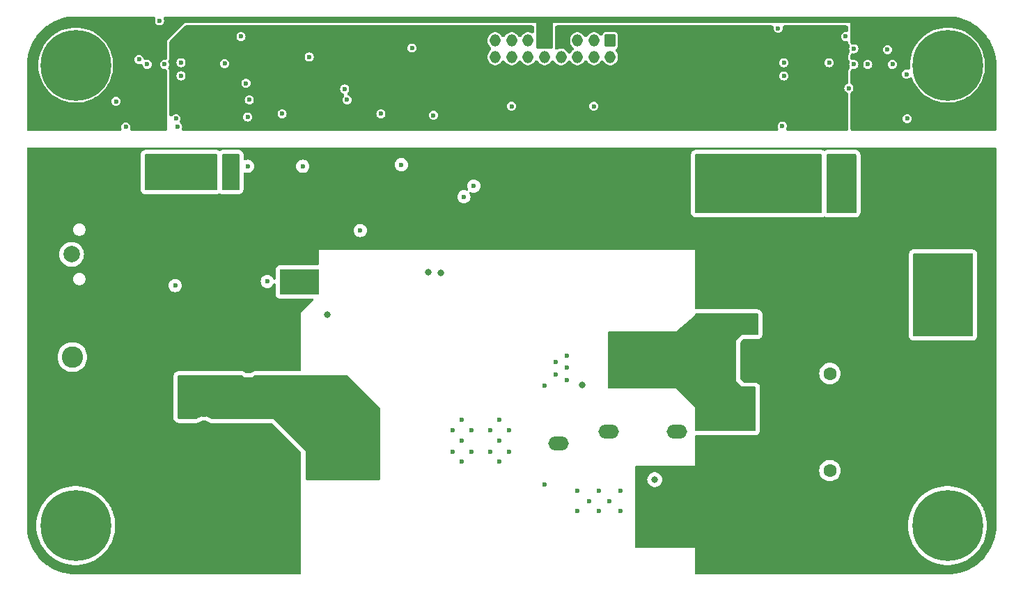
<source format=gbr>
%TF.GenerationSoftware,KiCad,Pcbnew,8.0.4*%
%TF.CreationDate,2024-08-09T15:48:12+02:00*%
%TF.ProjectId,ELE0124CL_power_boost,454c4530-3132-4344-934c-5f706f776572,1.0*%
%TF.SameCoordinates,Original*%
%TF.FileFunction,Copper,L3,Inr*%
%TF.FilePolarity,Positive*%
%FSLAX46Y46*%
G04 Gerber Fmt 4.6, Leading zero omitted, Abs format (unit mm)*
G04 Created by KiCad (PCBNEW 8.0.4) date 2024-08-09 15:48:12*
%MOMM*%
%LPD*%
G01*
G04 APERTURE LIST*
G04 Aperture macros list*
%AMRoundRect*
0 Rectangle with rounded corners*
0 $1 Rounding radius*
0 $2 $3 $4 $5 $6 $7 $8 $9 X,Y pos of 4 corners*
0 Add a 4 corners polygon primitive as box body*
4,1,4,$2,$3,$4,$5,$6,$7,$8,$9,$2,$3,0*
0 Add four circle primitives for the rounded corners*
1,1,$1+$1,$2,$3*
1,1,$1+$1,$4,$5*
1,1,$1+$1,$6,$7*
1,1,$1+$1,$8,$9*
0 Add four rect primitives between the rounded corners*
20,1,$1+$1,$2,$3,$4,$5,0*
20,1,$1+$1,$4,$5,$6,$7,0*
20,1,$1+$1,$6,$7,$8,$9,0*
20,1,$1+$1,$8,$9,$2,$3,0*%
G04 Aperture macros list end*
%TA.AperFunction,ComponentPad*%
%ADD10C,1.600000*%
%TD*%
%TA.AperFunction,ComponentPad*%
%ADD11C,1.200000*%
%TD*%
%TA.AperFunction,ComponentPad*%
%ADD12C,8.600000*%
%TD*%
%TA.AperFunction,ComponentPad*%
%ADD13RoundRect,0.050000X-1.250000X1.250000X-1.250000X-1.250000X1.250000X-1.250000X1.250000X1.250000X0*%
%TD*%
%TA.AperFunction,ComponentPad*%
%ADD14C,2.600000*%
%TD*%
%TA.AperFunction,ComponentPad*%
%ADD15O,2.500000X1.700000*%
%TD*%
%TA.AperFunction,ComponentPad*%
%ADD16RoundRect,0.200000X0.800000X-0.800000X0.800000X0.800000X-0.800000X0.800000X-0.800000X-0.800000X0*%
%TD*%
%TA.AperFunction,ComponentPad*%
%ADD17C,2.000000*%
%TD*%
%TA.AperFunction,ComponentPad*%
%ADD18RoundRect,0.050000X1.250000X-1.250000X1.250000X1.250000X-1.250000X1.250000X-1.250000X-1.250000X0*%
%TD*%
%TA.AperFunction,ComponentPad*%
%ADD19RoundRect,0.043333X-0.606667X0.706667X-0.606667X-0.706667X0.606667X-0.706667X0.606667X0.706667X0*%
%TD*%
%TA.AperFunction,ComponentPad*%
%ADD20O,1.300000X1.500000*%
%TD*%
%TA.AperFunction,ViaPad*%
%ADD21C,0.600000*%
%TD*%
%TA.AperFunction,ViaPad*%
%ADD22C,0.800000*%
%TD*%
G04 APERTURE END LIST*
D10*
%TO.N,/INDUCTOR*%
%TO.C,C2*%
X92600000Y-109000000D03*
%TO.N,GND_PWR*%
X92600000Y-111000000D03*
%TD*%
D11*
%TO.N,N/C*%
%TO.C,REF\u002A\u002A*%
X179775000Y-123000000D03*
X180719581Y-120719581D03*
X180719581Y-125280419D03*
X183000000Y-119775000D03*
D12*
X183000000Y-123000000D03*
D11*
X183000000Y-126225000D03*
X185280419Y-120719581D03*
X185280419Y-125280419D03*
X186225000Y-123000000D03*
%TD*%
D13*
%TO.N,+VOUT_OUT*%
%TO.C,J3*%
X183400000Y-97500000D03*
D14*
%TO.N,GND_PWR*%
X183400000Y-102500000D03*
%TD*%
D15*
%TO.N,/Gate Drivers/G_SENSE_L*%
%TO.C,TP6*%
X141800000Y-111600000D03*
%TD*%
D16*
%TO.N,GND_PWR*%
%TO.C,J1*%
X73500000Y-90000000D03*
D17*
%TO.N,+12V*%
X76500000Y-90000000D03*
%TD*%
D15*
%TO.N,/Gate Drivers/G_SENSE_H*%
%TO.C,TP5*%
X150100000Y-111600000D03*
%TD*%
D10*
%TO.N,/INDUCTOR*%
%TO.C,C1*%
X98000000Y-105700000D03*
%TO.N,GND_PWR*%
X98000000Y-103700000D03*
%TD*%
D11*
%TO.N,N/C*%
%TO.C,REF\u002A\u002A*%
X73775000Y-67000000D03*
X74719581Y-64719581D03*
X74719581Y-69280419D03*
X77000000Y-63775000D03*
D12*
X77000000Y-67000000D03*
D11*
X77000000Y-70225000D03*
X79280419Y-64719581D03*
X79280419Y-69280419D03*
X80225000Y-67000000D03*
%TD*%
D15*
%TO.N,/Gate Drivers/SWITCHING_NODE*%
%TO.C,TP7*%
X135700000Y-113000000D03*
%TD*%
%TO.N,GND_PWR*%
%TO.C,TP8*%
X95000000Y-120000000D03*
%TD*%
D10*
%TO.N,+VOUT*%
%TO.C,C8*%
X168700000Y-116300000D03*
%TO.N,GND_PWR*%
X168700000Y-121300000D03*
%TD*%
%TO.N,+VOUT*%
%TO.C,C11*%
X158700000Y-110500000D03*
%TO.N,GND_PWR*%
X158700000Y-115500000D03*
%TD*%
%TO.N,+VOUT*%
%TO.C,C7*%
X158700000Y-98500000D03*
%TO.N,GND_PWR*%
X158700000Y-103500000D03*
%TD*%
D18*
%TO.N,GND_PWR*%
%TO.C,J2*%
X76600000Y-107500000D03*
D14*
%TO.N,+24V_IN*%
X76600000Y-102500000D03*
%TD*%
D11*
%TO.N,N/C*%
%TO.C,REF\u002A\u002A*%
X73775000Y-123000000D03*
X74719581Y-120719581D03*
X74719581Y-125280419D03*
X77000000Y-119775000D03*
D12*
X77000000Y-123000000D03*
D11*
X77000000Y-126225000D03*
X79280419Y-120719581D03*
X79280419Y-125280419D03*
X80225000Y-123000000D03*
%TD*%
%TO.N,N/C*%
%TO.C,REF\u002A\u002A*%
X179775000Y-67000000D03*
X180719581Y-64719581D03*
X180719581Y-69280419D03*
X183000000Y-63775000D03*
D12*
X183000000Y-67000000D03*
D11*
X183000000Y-70225000D03*
X185280419Y-64719581D03*
X185280419Y-69280419D03*
X186225000Y-67000000D03*
%TD*%
D10*
%TO.N,+VOUT*%
%TO.C,C9*%
X168700000Y-104500000D03*
%TO.N,GND_PWR*%
X168700000Y-109500000D03*
%TD*%
D19*
%TO.N,/PWM_H1*%
%TO.C,J4*%
X142000000Y-64000000D03*
D20*
%TO.N,/PWM_L1*%
X142000000Y-66000000D03*
%TO.N,unconnected-(J4-Pin_3-Pad3)*%
X140000000Y-64000000D03*
%TO.N,unconnected-(J4-Pin_4-Pad4)*%
X140000000Y-66000000D03*
%TO.N,GND*%
X138000000Y-64000000D03*
X138000000Y-66000000D03*
%TO.N,+5V*%
X136000000Y-64000000D03*
%TO.N,/RESET*%
X136000000Y-66000000D03*
%TO.N,+3V3*%
X134000000Y-64000000D03*
%TO.N,unconnected-(J4-Pin_10-Pad10)*%
X134000000Y-66000000D03*
%TO.N,unconnected-(J4-Pin_11-Pad11)*%
X132000000Y-64000000D03*
%TO.N,/ADC_6*%
X132000000Y-66000000D03*
%TO.N,/ADC_0*%
X130000000Y-64000000D03*
%TO.N,unconnected-(J4-Pin_14-Pad14)*%
X130000000Y-66000000D03*
%TO.N,/ADC_2*%
X128000000Y-64000000D03*
%TO.N,/ADC_3*%
X128000000Y-66000000D03*
%TD*%
D21*
%TO.N,/Gate Drivers/SWITCHING_NODE*%
X135400000Y-104600000D03*
X135400000Y-103100000D03*
X136700000Y-105300000D03*
X136700000Y-103800000D03*
X136700000Y-102300000D03*
X134000000Y-106000000D03*
X134000000Y-118000000D03*
X139400000Y-120000000D03*
X138000000Y-121200000D03*
X141900000Y-120000000D03*
X143200000Y-121200000D03*
X143200000Y-118800000D03*
X140600000Y-118800000D03*
X138000000Y-118800000D03*
%TO.N,+VOUT*%
X145300000Y-100300000D03*
X142900000Y-100300000D03*
X144100000Y-101600000D03*
X144100000Y-104200000D03*
X145300000Y-102900000D03*
X142900000Y-102900000D03*
X142900000Y-105500000D03*
X145300000Y-105500000D03*
%TO.N,GND_PWR*%
X148600000Y-122700000D03*
X148600000Y-121500000D03*
X148600000Y-120300000D03*
X146000000Y-123300000D03*
X147400000Y-123300000D03*
X147400000Y-120900000D03*
X147400000Y-122100000D03*
X147400000Y-119700000D03*
D22*
%TO.N,/Gate Drivers/G_SENSE_L*%
X147400000Y-117400000D03*
%TO.N,/Gate Drivers/G_SENSE_H*%
X138600000Y-105900000D03*
X107600000Y-97300000D03*
D21*
%TO.N,GND_PWR*%
X146000000Y-86000000D03*
X146000000Y-82000000D03*
X89100000Y-88200000D03*
X173300000Y-99800000D03*
X134000000Y-86000000D03*
X176300000Y-82400000D03*
X163400000Y-98400000D03*
X173400000Y-95000000D03*
X163900000Y-124000000D03*
X126600000Y-88800000D03*
D22*
X121350000Y-92250000D03*
D21*
X163900000Y-122600000D03*
X91400000Y-99900000D03*
X128200000Y-83000000D03*
X75000000Y-80000000D03*
X183000000Y-115000000D03*
X96800000Y-112800000D03*
X99200000Y-112800000D03*
X80000000Y-115000000D03*
X154000000Y-125000000D03*
X134000000Y-82000000D03*
X85500000Y-93100000D03*
X163900000Y-121600000D03*
X154000000Y-124000000D03*
X140000000Y-86000000D03*
X154000000Y-119200000D03*
X124200000Y-88800000D03*
X93000000Y-115000000D03*
X173300000Y-100800000D03*
X140000000Y-82000000D03*
X86000000Y-125000000D03*
X163900000Y-125000000D03*
X86000000Y-115000000D03*
X94000000Y-125000000D03*
X173400000Y-98400000D03*
X98400000Y-98100000D03*
X154000000Y-120200000D03*
X163400000Y-96000000D03*
X173400000Y-97400000D03*
X80600000Y-83200000D03*
X163400000Y-95000000D03*
X183000000Y-110000000D03*
X81100000Y-91700000D03*
X176300000Y-86300000D03*
X86000000Y-120000000D03*
X91400000Y-102000000D03*
X80000000Y-80000000D03*
X173400000Y-96000000D03*
X182100000Y-79900000D03*
X93800000Y-102000000D03*
X85500000Y-94100000D03*
X163400000Y-97400000D03*
X182100000Y-78300000D03*
X93800000Y-99900000D03*
X87300000Y-86000000D03*
X154000000Y-121600000D03*
X154000000Y-122600000D03*
X75000000Y-115000000D03*
%TO.N,/INDUCTOR*%
X95200000Y-80200000D03*
X95200000Y-81600000D03*
X95800000Y-80900000D03*
X96400000Y-80200000D03*
%TO.N,+VOUT*%
X100300000Y-93300000D03*
%TO.N,/INDUCTOR*%
X103000000Y-105800000D03*
X101000000Y-107000000D03*
X103000000Y-108200000D03*
%TO.N,+VOUT*%
X155400000Y-79000000D03*
X160000000Y-81600000D03*
X156500000Y-82900000D03*
X165700000Y-80300000D03*
X160000000Y-79000000D03*
X161100000Y-80300000D03*
X162300000Y-79000000D03*
X153100000Y-81600000D03*
X155400000Y-81600000D03*
X163400000Y-82900000D03*
X157700000Y-81600000D03*
X162300000Y-81600000D03*
X156500000Y-80300000D03*
X154200000Y-80300000D03*
X158800000Y-80300000D03*
X161100000Y-82900000D03*
X165700000Y-82900000D03*
X164600000Y-81600000D03*
X166900000Y-81600000D03*
X163400000Y-80300000D03*
X157700000Y-79000000D03*
X154200000Y-82900000D03*
X158800000Y-82900000D03*
%TO.N,GND*%
X98100000Y-71200000D03*
X84700000Y-66300000D03*
X178000000Y-68100000D03*
X178100000Y-73500000D03*
X171600000Y-65000000D03*
X162900000Y-74400000D03*
X109700000Y-69900000D03*
X89400000Y-74500000D03*
X171000000Y-69800000D03*
X97900000Y-73300000D03*
X105400000Y-66000000D03*
X97700000Y-69200000D03*
X120500000Y-73100000D03*
X89200000Y-73500000D03*
X170600000Y-63500000D03*
X83100000Y-74500000D03*
X89800000Y-66700000D03*
X110000000Y-71200000D03*
X130000000Y-72000000D03*
X89800000Y-68300000D03*
X163100000Y-66700000D03*
X81900000Y-71400000D03*
X163100000Y-68300000D03*
X97100000Y-63500000D03*
X140000000Y-72000000D03*
X171600000Y-66900000D03*
%TO.N,+5V*%
X166100000Y-71500000D03*
X97900000Y-66000000D03*
X110000000Y-66000000D03*
X92605000Y-71500000D03*
X114100000Y-69200000D03*
X105500000Y-67600000D03*
X93705000Y-65300000D03*
X97900000Y-67600000D03*
X102100000Y-69200000D03*
X167000000Y-65300000D03*
X110000000Y-67600000D03*
%TO.N,/Gate Drivers/VBOOT*%
X97900000Y-79300000D03*
X104600000Y-79300000D03*
%TO.N,/INDUCTOR*%
X106400000Y-114000000D03*
X108700000Y-114000000D03*
X107500000Y-112700000D03*
X112100000Y-112700000D03*
X106400000Y-111400000D03*
X113300000Y-111400000D03*
X111000000Y-114000000D03*
X111000000Y-111400000D03*
X113300000Y-114000000D03*
X112100000Y-115200000D03*
X112100000Y-110100000D03*
X107500000Y-110100000D03*
X107500000Y-115200000D03*
X108700000Y-111400000D03*
%TO.N,+12V*%
X111600000Y-87100000D03*
X125400000Y-81700000D03*
X104300000Y-92300000D03*
X102800000Y-92300000D03*
X105800000Y-92300000D03*
X116600000Y-79100000D03*
X124200000Y-83000000D03*
%TO.N,+3V3*%
X172000000Y-73500000D03*
X84700000Y-62400000D03*
X172100000Y-63400000D03*
X82900000Y-73200000D03*
%TO.N,+24V_IN*%
X88400000Y-80200000D03*
X90800000Y-81400000D03*
X86800000Y-80200000D03*
X91600000Y-80200000D03*
X86000000Y-79000000D03*
X89100000Y-93800000D03*
X89200000Y-79000000D03*
X87600000Y-81400000D03*
X92400000Y-81400000D03*
X90000000Y-80200000D03*
X93200000Y-80200000D03*
X89200000Y-81400000D03*
X87600000Y-79000000D03*
X90800000Y-79000000D03*
X86000000Y-81400000D03*
%TO.N,+VOUT_OUT*%
X185300000Y-93300000D03*
X170200000Y-80300000D03*
X170200000Y-82900000D03*
X179600000Y-94600000D03*
X171300000Y-81600000D03*
X184200000Y-94600000D03*
X181900000Y-94600000D03*
X183000000Y-93300000D03*
X179600000Y-92000000D03*
X169000000Y-81600000D03*
X181900000Y-92000000D03*
X183000000Y-90700000D03*
X180700000Y-90700000D03*
X180700000Y-93300000D03*
X185300000Y-90700000D03*
X184200000Y-92000000D03*
X171300000Y-79000000D03*
%TO.N,/ADC_3*%
X95105000Y-66800000D03*
%TO.N,/ADC_2*%
X87200000Y-61600000D03*
%TO.N,/ADC_0*%
X175700000Y-65100000D03*
%TO.N,/RESET*%
X114100000Y-72900000D03*
X117900000Y-64900000D03*
X102100000Y-72900000D03*
%TO.N,/ADC_6*%
X168600000Y-66700000D03*
X162400000Y-62500000D03*
%TO.N,/Gate Drivers/SWITCHING_NODE*%
X125100000Y-114000000D03*
X129700000Y-114000000D03*
X128500000Y-110100000D03*
X123900000Y-115200000D03*
X127400000Y-111400000D03*
X122800000Y-114000000D03*
X129700000Y-111400000D03*
X127400000Y-114000000D03*
X122800000Y-111400000D03*
X128500000Y-115200000D03*
X123900000Y-110100000D03*
X128500000Y-112700000D03*
X125100000Y-111400000D03*
X123900000Y-112700000D03*
D22*
%TO.N,/Gate Drivers/G_SENSE_L*%
X119900000Y-92200000D03*
D21*
%TO.N,Net-(U8A-IN1+)*%
X87800000Y-66900000D03*
X85700000Y-66900000D03*
%TO.N,Net-(U12A-IN1+)*%
X173300000Y-66900000D03*
X176300000Y-66900000D03*
%TO.N,/Gate Drivers/SWITCHING_NODE*%
X140600000Y-121200000D03*
%TD*%
%TA.AperFunction,Conductor*%
%TO.N,/INDUCTOR*%
G36*
X97188736Y-104719685D02*
G01*
X97192820Y-104722425D01*
X97347266Y-104830568D01*
X97553504Y-104926739D01*
X97773308Y-104985635D01*
X97935230Y-104999801D01*
X97999998Y-105005468D01*
X98000000Y-105005468D01*
X98000002Y-105005468D01*
X98056673Y-105000509D01*
X98226692Y-104985635D01*
X98446496Y-104926739D01*
X98652734Y-104830568D01*
X98807180Y-104722425D01*
X98873387Y-104700098D01*
X98878303Y-104700000D01*
X109948638Y-104700000D01*
X110015677Y-104719685D01*
X110036319Y-104736319D01*
X113963681Y-108663681D01*
X113997166Y-108725004D01*
X114000000Y-108751362D01*
X114000000Y-117376000D01*
X113980315Y-117443039D01*
X113927511Y-117488794D01*
X113876000Y-117500000D01*
X105124000Y-117500000D01*
X105056961Y-117480315D01*
X105011206Y-117427511D01*
X105000000Y-117376000D01*
X105000000Y-113900000D01*
X101100000Y-110000000D01*
X93478303Y-110000000D01*
X93411264Y-109980315D01*
X93407180Y-109977575D01*
X93252734Y-109869432D01*
X93252732Y-109869431D01*
X93046497Y-109773261D01*
X93046488Y-109773258D01*
X92826697Y-109714366D01*
X92826693Y-109714365D01*
X92826692Y-109714365D01*
X92826691Y-109714364D01*
X92826686Y-109714364D01*
X92600002Y-109694532D01*
X92599998Y-109694532D01*
X92373313Y-109714364D01*
X92373302Y-109714366D01*
X92153511Y-109773258D01*
X92153502Y-109773261D01*
X91947267Y-109869431D01*
X91947265Y-109869432D01*
X91792820Y-109977575D01*
X91726613Y-109999902D01*
X91721697Y-110000000D01*
X89524000Y-110000000D01*
X89456961Y-109980315D01*
X89411206Y-109927511D01*
X89400000Y-109876000D01*
X89400000Y-104824000D01*
X89419685Y-104756961D01*
X89472489Y-104711206D01*
X89524000Y-104700000D01*
X97121697Y-104700000D01*
X97188736Y-104719685D01*
G37*
%TD.AperFunction*%
%TD*%
%TA.AperFunction,Conductor*%
%TO.N,/INDUCTOR*%
G36*
X96843039Y-77819685D02*
G01*
X96888794Y-77872489D01*
X96900000Y-77924000D01*
X96900000Y-82076000D01*
X96880315Y-82143039D01*
X96827511Y-82188794D01*
X96776000Y-82200000D01*
X94924000Y-82200000D01*
X94856961Y-82180315D01*
X94811206Y-82127511D01*
X94800000Y-82076000D01*
X94800000Y-77924000D01*
X94819685Y-77856961D01*
X94872489Y-77811206D01*
X94924000Y-77800000D01*
X96776000Y-77800000D01*
X96843039Y-77819685D01*
G37*
%TD.AperFunction*%
%TD*%
%TA.AperFunction,Conductor*%
%TO.N,+24V_IN*%
G36*
X94143039Y-77819685D02*
G01*
X94188794Y-77872489D01*
X94200000Y-77924000D01*
X94200000Y-82076000D01*
X94180315Y-82143039D01*
X94127511Y-82188794D01*
X94076000Y-82200000D01*
X85524000Y-82200000D01*
X85456961Y-82180315D01*
X85411206Y-82127511D01*
X85400000Y-82076000D01*
X85400000Y-77924000D01*
X85419685Y-77856961D01*
X85472489Y-77811206D01*
X85524000Y-77800000D01*
X94076000Y-77800000D01*
X94143039Y-77819685D01*
G37*
%TD.AperFunction*%
%TD*%
%TA.AperFunction,Conductor*%
%TO.N,GND_PWR*%
G36*
X188882539Y-77019685D02*
G01*
X188928294Y-77072489D01*
X188939500Y-77124000D01*
X188939500Y-122997575D01*
X188939404Y-123002443D01*
X188921382Y-123461140D01*
X188920618Y-123470847D01*
X188866947Y-123924304D01*
X188865424Y-123933920D01*
X188776341Y-124381769D01*
X188774068Y-124391237D01*
X188650124Y-124830708D01*
X188647116Y-124839968D01*
X188489067Y-125268378D01*
X188485341Y-125277373D01*
X188294168Y-125692061D01*
X188289749Y-125700732D01*
X188066633Y-126099133D01*
X188061552Y-126107426D01*
X187807862Y-126487100D01*
X187802139Y-126494977D01*
X187519445Y-126853573D01*
X187513122Y-126860976D01*
X187203168Y-127196283D01*
X187196283Y-127203168D01*
X186860976Y-127513122D01*
X186853573Y-127519445D01*
X186494977Y-127802139D01*
X186487100Y-127807862D01*
X186107426Y-128061552D01*
X186099133Y-128066633D01*
X185714014Y-128282312D01*
X185700736Y-128289748D01*
X185692061Y-128294168D01*
X185277373Y-128485341D01*
X185268378Y-128489067D01*
X184839968Y-128647116D01*
X184830708Y-128650124D01*
X184391237Y-128774068D01*
X184381769Y-128776341D01*
X183933920Y-128865424D01*
X183924304Y-128866947D01*
X183470847Y-128920618D01*
X183461140Y-128921382D01*
X183002443Y-128939404D01*
X182997575Y-128939500D01*
X152424000Y-128939500D01*
X152356961Y-128919815D01*
X152311206Y-128867011D01*
X152300000Y-128815500D01*
X152300000Y-125700000D01*
X156100000Y-125700000D01*
X156100000Y-122999996D01*
X178194661Y-122999996D01*
X178194661Y-123000003D01*
X178214005Y-123430737D01*
X178214005Y-123430745D01*
X178214006Y-123430747D01*
X178219438Y-123470847D01*
X178271885Y-123858027D01*
X178367830Y-124278391D01*
X178501073Y-124688472D01*
X178501076Y-124688480D01*
X178670533Y-125084947D01*
X178670537Y-125084955D01*
X178738647Y-125211523D01*
X178874863Y-125464655D01*
X178874867Y-125464661D01*
X178874867Y-125464662D01*
X179112394Y-125824501D01*
X179112404Y-125824514D01*
X179381225Y-126161607D01*
X179381235Y-126161618D01*
X179381236Y-126161619D01*
X179679210Y-126473274D01*
X180003920Y-126756965D01*
X180003930Y-126756972D01*
X180003931Y-126756973D01*
X180339524Y-127000796D01*
X180352753Y-127010407D01*
X180722900Y-127231560D01*
X180722903Y-127231561D01*
X180722904Y-127231562D01*
X180722906Y-127231563D01*
X181111372Y-127418639D01*
X181111386Y-127418645D01*
X181515055Y-127570144D01*
X181515059Y-127570145D01*
X181515069Y-127570149D01*
X181930711Y-127684859D01*
X182354964Y-127761850D01*
X182784409Y-127800500D01*
X182784416Y-127800500D01*
X183215584Y-127800500D01*
X183215591Y-127800500D01*
X183645036Y-127761850D01*
X184069289Y-127684859D01*
X184484931Y-127570149D01*
X184888619Y-127418643D01*
X185277100Y-127231560D01*
X185647247Y-127010407D01*
X185996080Y-126756965D01*
X186320790Y-126473274D01*
X186618764Y-126161619D01*
X186661982Y-126107426D01*
X186887595Y-125824514D01*
X186887601Y-125824507D01*
X187125137Y-125464655D01*
X187329461Y-125084958D01*
X187498926Y-124688475D01*
X187632168Y-124278397D01*
X187728115Y-123858026D01*
X187785994Y-123430747D01*
X187805339Y-123000000D01*
X187785994Y-122569253D01*
X187728115Y-122141974D01*
X187632168Y-121721603D01*
X187498926Y-121311525D01*
X187374641Y-121020745D01*
X187329466Y-120915052D01*
X187329462Y-120915044D01*
X187329461Y-120915042D01*
X187125137Y-120535345D01*
X187084783Y-120474211D01*
X186887605Y-120175498D01*
X186887595Y-120175485D01*
X186618774Y-119838392D01*
X186618762Y-119838379D01*
X186320794Y-119526730D01*
X186320793Y-119526729D01*
X186320790Y-119526726D01*
X185996080Y-119243035D01*
X185929188Y-119194435D01*
X185647256Y-118989599D01*
X185647251Y-118989596D01*
X185647247Y-118989593D01*
X185277100Y-118768440D01*
X185277095Y-118768437D01*
X185277093Y-118768436D01*
X184888627Y-118581360D01*
X184888613Y-118581354D01*
X184484944Y-118429855D01*
X184484919Y-118429847D01*
X184069295Y-118315142D01*
X183645043Y-118238151D01*
X183645040Y-118238150D01*
X183645036Y-118238150D01*
X183215591Y-118199500D01*
X182784409Y-118199500D01*
X182354964Y-118238150D01*
X182354960Y-118238150D01*
X182354956Y-118238151D01*
X181930704Y-118315142D01*
X181515080Y-118429847D01*
X181515055Y-118429855D01*
X181111386Y-118581354D01*
X181111372Y-118581360D01*
X180722906Y-118768436D01*
X180722904Y-118768437D01*
X180352743Y-118989599D01*
X180003931Y-119243026D01*
X180003914Y-119243039D01*
X179679210Y-119526726D01*
X179679205Y-119526730D01*
X179381237Y-119838379D01*
X179381225Y-119838392D01*
X179112404Y-120175485D01*
X179112394Y-120175498D01*
X178874867Y-120535337D01*
X178874867Y-120535338D01*
X178670537Y-120915044D01*
X178670533Y-120915052D01*
X178501076Y-121311519D01*
X178501073Y-121311527D01*
X178367830Y-121721608D01*
X178271885Y-122141972D01*
X178214006Y-122569253D01*
X178214005Y-122569262D01*
X178194661Y-122999996D01*
X156100000Y-122999996D01*
X156100000Y-116299998D01*
X167394532Y-116299998D01*
X167394532Y-116300001D01*
X167414364Y-116526686D01*
X167414366Y-116526697D01*
X167473258Y-116746488D01*
X167473261Y-116746497D01*
X167569431Y-116952732D01*
X167569432Y-116952734D01*
X167699954Y-117139141D01*
X167860858Y-117300045D01*
X167860861Y-117300047D01*
X168047266Y-117430568D01*
X168253504Y-117526739D01*
X168473308Y-117585635D01*
X168635230Y-117599801D01*
X168699998Y-117605468D01*
X168700000Y-117605468D01*
X168700002Y-117605468D01*
X168756673Y-117600509D01*
X168926692Y-117585635D01*
X169146496Y-117526739D01*
X169352734Y-117430568D01*
X169539139Y-117300047D01*
X169700047Y-117139139D01*
X169830568Y-116952734D01*
X169926739Y-116746496D01*
X169985635Y-116526692D01*
X170005468Y-116300000D01*
X169985635Y-116073308D01*
X169926739Y-115853504D01*
X169830568Y-115647266D01*
X169700047Y-115460861D01*
X169700045Y-115460858D01*
X169539141Y-115299954D01*
X169352734Y-115169432D01*
X169352732Y-115169431D01*
X169146497Y-115073261D01*
X169146488Y-115073258D01*
X168926697Y-115014366D01*
X168926693Y-115014365D01*
X168926692Y-115014365D01*
X168926691Y-115014364D01*
X168926686Y-115014364D01*
X168700002Y-114994532D01*
X168699998Y-114994532D01*
X168473313Y-115014364D01*
X168473302Y-115014366D01*
X168253511Y-115073258D01*
X168253502Y-115073261D01*
X168047267Y-115169431D01*
X168047265Y-115169432D01*
X167860858Y-115299954D01*
X167699954Y-115460858D01*
X167569432Y-115647265D01*
X167569431Y-115647267D01*
X167473261Y-115853502D01*
X167473258Y-115853511D01*
X167414366Y-116073302D01*
X167414364Y-116073313D01*
X167394532Y-116299998D01*
X156100000Y-116299998D01*
X156100000Y-115700000D01*
X152300000Y-115700000D01*
X152300000Y-112129500D01*
X152319685Y-112062461D01*
X152372489Y-112016706D01*
X152424000Y-112005500D01*
X159575990Y-112005500D01*
X159576000Y-112005500D01*
X159683456Y-111993947D01*
X159734967Y-111982741D01*
X159773560Y-111969896D01*
X159837497Y-111948616D01*
X159837501Y-111948613D01*
X159837504Y-111948613D01*
X159958543Y-111870825D01*
X160011347Y-111825070D01*
X160105567Y-111716336D01*
X160165338Y-111585459D01*
X160185023Y-111518420D01*
X160185024Y-111518416D01*
X160205500Y-111376000D01*
X160205500Y-106224000D01*
X160193947Y-106116544D01*
X160182741Y-106065033D01*
X160182637Y-106064722D01*
X160148616Y-105962502D01*
X160148613Y-105962496D01*
X160070828Y-105841462D01*
X160070825Y-105841457D01*
X160052878Y-105820745D01*
X160025076Y-105788659D01*
X160025072Y-105788656D01*
X160025070Y-105788653D01*
X159916336Y-105694433D01*
X159916333Y-105694431D01*
X159916331Y-105694430D01*
X159785465Y-105634664D01*
X159785460Y-105634662D01*
X159785459Y-105634662D01*
X159718420Y-105614977D01*
X159718422Y-105614977D01*
X159718417Y-105614976D01*
X159670944Y-105608150D01*
X159576000Y-105594500D01*
X159575998Y-105594500D01*
X158260746Y-105594500D01*
X158193707Y-105574815D01*
X158173065Y-105558181D01*
X157841819Y-105226935D01*
X157808334Y-105165612D01*
X157805500Y-105139254D01*
X157805500Y-104499998D01*
X167394532Y-104499998D01*
X167394532Y-104500001D01*
X167414364Y-104726686D01*
X167414366Y-104726697D01*
X167473258Y-104946488D01*
X167473261Y-104946497D01*
X167569431Y-105152732D01*
X167569432Y-105152734D01*
X167699954Y-105339141D01*
X167860858Y-105500045D01*
X167860861Y-105500047D01*
X168047266Y-105630568D01*
X168253504Y-105726739D01*
X168473308Y-105785635D01*
X168635230Y-105799801D01*
X168699998Y-105805468D01*
X168700000Y-105805468D01*
X168700002Y-105805468D01*
X168756673Y-105800509D01*
X168926692Y-105785635D01*
X169146496Y-105726739D01*
X169352734Y-105630568D01*
X169539139Y-105500047D01*
X169700047Y-105339139D01*
X169830568Y-105152734D01*
X169926739Y-104946496D01*
X169985635Y-104726692D01*
X170005468Y-104500000D01*
X169985635Y-104273308D01*
X169929459Y-104063654D01*
X169926741Y-104053511D01*
X169926738Y-104053502D01*
X169860583Y-103911634D01*
X169830568Y-103847266D01*
X169700047Y-103660861D01*
X169700045Y-103660858D01*
X169539141Y-103499954D01*
X169352734Y-103369432D01*
X169352732Y-103369431D01*
X169146497Y-103273261D01*
X169146488Y-103273258D01*
X168926697Y-103214366D01*
X168926693Y-103214365D01*
X168926692Y-103214365D01*
X168926691Y-103214364D01*
X168926686Y-103214364D01*
X168700002Y-103194532D01*
X168699998Y-103194532D01*
X168473313Y-103214364D01*
X168473302Y-103214366D01*
X168253511Y-103273258D01*
X168253502Y-103273261D01*
X168047267Y-103369431D01*
X168047265Y-103369432D01*
X167860858Y-103499954D01*
X167699954Y-103660858D01*
X167569432Y-103847265D01*
X167569431Y-103847267D01*
X167473261Y-104053502D01*
X167473258Y-104053511D01*
X167414366Y-104273302D01*
X167414364Y-104273313D01*
X167394532Y-104499998D01*
X157805500Y-104499998D01*
X157805500Y-100760745D01*
X157825185Y-100693706D01*
X157841819Y-100673064D01*
X158173064Y-100341819D01*
X158234387Y-100308334D01*
X158260745Y-100305500D01*
X159875990Y-100305500D01*
X159876000Y-100305500D01*
X159983456Y-100293947D01*
X160034967Y-100282741D01*
X160069197Y-100271347D01*
X160137497Y-100248616D01*
X160137501Y-100248613D01*
X160137504Y-100248613D01*
X160258543Y-100170825D01*
X160311347Y-100125070D01*
X160405567Y-100016336D01*
X160465338Y-99885459D01*
X160485023Y-99818420D01*
X160485024Y-99818416D01*
X160505500Y-99676000D01*
X160505500Y-97324000D01*
X160493947Y-97216544D01*
X160482741Y-97165033D01*
X160474971Y-97141687D01*
X160448616Y-97062502D01*
X160448613Y-97062496D01*
X160370828Y-96941462D01*
X160370825Y-96941457D01*
X160370820Y-96941451D01*
X160325076Y-96888659D01*
X160325072Y-96888656D01*
X160325070Y-96888653D01*
X160216336Y-96794433D01*
X160216333Y-96794431D01*
X160216331Y-96794430D01*
X160085465Y-96734664D01*
X160085460Y-96734662D01*
X160085459Y-96734662D01*
X160018420Y-96714977D01*
X160018422Y-96714977D01*
X160018417Y-96714976D01*
X159956354Y-96706053D01*
X159876000Y-96694500D01*
X152424000Y-96694500D01*
X152356961Y-96674815D01*
X152311206Y-96622011D01*
X152300000Y-96570500D01*
X152300000Y-90024000D01*
X178294500Y-90024000D01*
X178294500Y-99876000D01*
X178294501Y-99876009D01*
X178306052Y-99983450D01*
X178306054Y-99983462D01*
X178317260Y-100034972D01*
X178351383Y-100137497D01*
X178351386Y-100137503D01*
X178429171Y-100258537D01*
X178429179Y-100258548D01*
X178474923Y-100311340D01*
X178474926Y-100311343D01*
X178474930Y-100311347D01*
X178583664Y-100405567D01*
X178583667Y-100405568D01*
X178583668Y-100405569D01*
X178677925Y-100448616D01*
X178714541Y-100465338D01*
X178781580Y-100485023D01*
X178781584Y-100485024D01*
X178924000Y-100505500D01*
X178924003Y-100505500D01*
X185975990Y-100505500D01*
X185976000Y-100505500D01*
X186083456Y-100493947D01*
X186134967Y-100482741D01*
X186169197Y-100471347D01*
X186237497Y-100448616D01*
X186237501Y-100448613D01*
X186237504Y-100448613D01*
X186358543Y-100370825D01*
X186411347Y-100325070D01*
X186505567Y-100216336D01*
X186565338Y-100085459D01*
X186585023Y-100018420D01*
X186585024Y-100018416D01*
X186605500Y-99876000D01*
X186605500Y-90024000D01*
X186593947Y-89916544D01*
X186582741Y-89865033D01*
X186582637Y-89864722D01*
X186548616Y-89762502D01*
X186548613Y-89762496D01*
X186470828Y-89641462D01*
X186470825Y-89641457D01*
X186470820Y-89641451D01*
X186425076Y-89588659D01*
X186425072Y-89588656D01*
X186425070Y-89588653D01*
X186316336Y-89494433D01*
X186316333Y-89494431D01*
X186316331Y-89494430D01*
X186185465Y-89434664D01*
X186185460Y-89434662D01*
X186185459Y-89434662D01*
X186118420Y-89414977D01*
X186118422Y-89414977D01*
X186118417Y-89414976D01*
X186056347Y-89406052D01*
X185976000Y-89394500D01*
X178924000Y-89394500D01*
X178923991Y-89394500D01*
X178923990Y-89394501D01*
X178816549Y-89406052D01*
X178816537Y-89406054D01*
X178765027Y-89417260D01*
X178662502Y-89451383D01*
X178662496Y-89451386D01*
X178541462Y-89529171D01*
X178541451Y-89529179D01*
X178488659Y-89574923D01*
X178394433Y-89683664D01*
X178394430Y-89683668D01*
X178334664Y-89814534D01*
X178314976Y-89881582D01*
X178309949Y-89916549D01*
X178294500Y-90024000D01*
X152300000Y-90024000D01*
X152300000Y-89500000D01*
X106600000Y-89500000D01*
X106600000Y-91170500D01*
X106580315Y-91237539D01*
X106527511Y-91283294D01*
X106476000Y-91294500D01*
X101924000Y-91294500D01*
X101923991Y-91294500D01*
X101923990Y-91294501D01*
X101816549Y-91306052D01*
X101816537Y-91306054D01*
X101765027Y-91317260D01*
X101662502Y-91351383D01*
X101662496Y-91351386D01*
X101541462Y-91429171D01*
X101541451Y-91429179D01*
X101488659Y-91474923D01*
X101394433Y-91583664D01*
X101394430Y-91583668D01*
X101334664Y-91714534D01*
X101314976Y-91781582D01*
X101294500Y-91924001D01*
X101294500Y-92988596D01*
X101274815Y-93055635D01*
X101222011Y-93101390D01*
X101152853Y-93111334D01*
X101089297Y-93082309D01*
X101053459Y-93029551D01*
X101025790Y-92950480D01*
X101025789Y-92950478D01*
X100929816Y-92797738D01*
X100802262Y-92670184D01*
X100761383Y-92644498D01*
X100649523Y-92574211D01*
X100479254Y-92514631D01*
X100479249Y-92514630D01*
X100300004Y-92494435D01*
X100299996Y-92494435D01*
X100120750Y-92514630D01*
X100120745Y-92514631D01*
X99950476Y-92574211D01*
X99797737Y-92670184D01*
X99670184Y-92797737D01*
X99574211Y-92950476D01*
X99514631Y-93120745D01*
X99514630Y-93120750D01*
X99494435Y-93299996D01*
X99494435Y-93300003D01*
X99514630Y-93479249D01*
X99514631Y-93479254D01*
X99574211Y-93649523D01*
X99637660Y-93750500D01*
X99670184Y-93802262D01*
X99797738Y-93929816D01*
X99950478Y-94025789D01*
X100120745Y-94085368D01*
X100120750Y-94085369D01*
X100299996Y-94105565D01*
X100300000Y-94105565D01*
X100300004Y-94105565D01*
X100479249Y-94085369D01*
X100479252Y-94085368D01*
X100479255Y-94085368D01*
X100649522Y-94025789D01*
X100802262Y-93929816D01*
X100929816Y-93802262D01*
X101025789Y-93649522D01*
X101053458Y-93570449D01*
X101094180Y-93513673D01*
X101159133Y-93487925D01*
X101227694Y-93501381D01*
X101278097Y-93549768D01*
X101294500Y-93611403D01*
X101294500Y-94776000D01*
X101294501Y-94776009D01*
X101306052Y-94883450D01*
X101306054Y-94883462D01*
X101317260Y-94934972D01*
X101351383Y-95037497D01*
X101351386Y-95037503D01*
X101429171Y-95158537D01*
X101429179Y-95158548D01*
X101474923Y-95211340D01*
X101474926Y-95211343D01*
X101474930Y-95211347D01*
X101583664Y-95305567D01*
X101714541Y-95365338D01*
X101781580Y-95385023D01*
X101781584Y-95385024D01*
X101924000Y-95405500D01*
X101924003Y-95405500D01*
X105795138Y-95405500D01*
X105862177Y-95425185D01*
X105907932Y-95477989D01*
X105917876Y-95547147D01*
X105888851Y-95610703D01*
X105882819Y-95617181D01*
X104400000Y-97099999D01*
X104400000Y-104070500D01*
X104380315Y-104137539D01*
X104327511Y-104183294D01*
X104276000Y-104194500D01*
X98878303Y-104194500D01*
X98876099Y-104194521D01*
X98868203Y-104194600D01*
X98863332Y-104194697D01*
X98853349Y-104194994D01*
X98711852Y-104221102D01*
X98645819Y-104243371D01*
X98645654Y-104243426D01*
X98645637Y-104243433D01*
X98517236Y-104308343D01*
X98517233Y-104308345D01*
X98407907Y-104384895D01*
X98389188Y-104395702D01*
X98345375Y-104416132D01*
X98276297Y-104426624D01*
X98260878Y-104423525D01*
X98226697Y-104414366D01*
X98226693Y-104414365D01*
X98226692Y-104414365D01*
X98226691Y-104414364D01*
X98226686Y-104414364D01*
X98000002Y-104394532D01*
X97999999Y-104394532D01*
X97773313Y-104414364D01*
X97773301Y-104414366D01*
X97739114Y-104423526D01*
X97669264Y-104421861D01*
X97654628Y-104416136D01*
X97610806Y-104395701D01*
X97592099Y-104384901D01*
X97482761Y-104308342D01*
X97482760Y-104308341D01*
X97482711Y-104308307D01*
X97474461Y-104302653D01*
X97470382Y-104299916D01*
X97462036Y-104294435D01*
X97462035Y-104294434D01*
X97331159Y-104234663D01*
X97264114Y-104214976D01*
X97202044Y-104206052D01*
X97121697Y-104194500D01*
X89524000Y-104194500D01*
X89523991Y-104194500D01*
X89523990Y-104194501D01*
X89416549Y-104206052D01*
X89416537Y-104206054D01*
X89365027Y-104217260D01*
X89262502Y-104251383D01*
X89262496Y-104251386D01*
X89141462Y-104329171D01*
X89141451Y-104329179D01*
X89088659Y-104374923D01*
X88994433Y-104483664D01*
X88994430Y-104483668D01*
X88934664Y-104614534D01*
X88914976Y-104681582D01*
X88908490Y-104726697D01*
X88894500Y-104824000D01*
X88894500Y-109876000D01*
X88894501Y-109876009D01*
X88906052Y-109983450D01*
X88906054Y-109983462D01*
X88917260Y-110034972D01*
X88951383Y-110137497D01*
X88951386Y-110137503D01*
X89029171Y-110258537D01*
X89029179Y-110258548D01*
X89074923Y-110311340D01*
X89074926Y-110311343D01*
X89074930Y-110311347D01*
X89183664Y-110405567D01*
X89183667Y-110405568D01*
X89183668Y-110405569D01*
X89300899Y-110459108D01*
X89314541Y-110465338D01*
X89381580Y-110485023D01*
X89381584Y-110485024D01*
X89524000Y-110505500D01*
X89524003Y-110505500D01*
X91721690Y-110505500D01*
X91721697Y-110505500D01*
X91731772Y-110505400D01*
X91736688Y-110505302D01*
X91746653Y-110505005D01*
X91888145Y-110478898D01*
X91888149Y-110478896D01*
X91888152Y-110478896D01*
X91946830Y-110459108D01*
X91947636Y-110458892D01*
X91954352Y-110456570D01*
X91954357Y-110456570D01*
X92082762Y-110391657D01*
X92192093Y-110315102D01*
X92210810Y-110304295D01*
X92250825Y-110285635D01*
X92254617Y-110283866D01*
X92323694Y-110273374D01*
X92339110Y-110276471D01*
X92373308Y-110285635D01*
X92535230Y-110299801D01*
X92599998Y-110305468D01*
X92600000Y-110305468D01*
X92600002Y-110305468D01*
X92656673Y-110300509D01*
X92826692Y-110285635D01*
X92860881Y-110276474D01*
X92930730Y-110278137D01*
X92945379Y-110283867D01*
X92949170Y-110285635D01*
X92989185Y-110304294D01*
X93007903Y-110315101D01*
X93117241Y-110391660D01*
X93125538Y-110397346D01*
X93129617Y-110400083D01*
X93129631Y-110400092D01*
X93137967Y-110405567D01*
X93268844Y-110465338D01*
X93335883Y-110485023D01*
X93335887Y-110485024D01*
X93478303Y-110505500D01*
X100839254Y-110505500D01*
X100906293Y-110525185D01*
X100926935Y-110541819D01*
X104363681Y-113978565D01*
X104397166Y-114039888D01*
X104400000Y-114066246D01*
X104400000Y-128815500D01*
X104380315Y-128882539D01*
X104327511Y-128928294D01*
X104276000Y-128939500D01*
X77002425Y-128939500D01*
X76997557Y-128939404D01*
X76538859Y-128921382D01*
X76529152Y-128920618D01*
X76075695Y-128866947D01*
X76066079Y-128865424D01*
X75618230Y-128776341D01*
X75608762Y-128774068D01*
X75169291Y-128650124D01*
X75160031Y-128647116D01*
X74731621Y-128489067D01*
X74722626Y-128485341D01*
X74307938Y-128294168D01*
X74299277Y-128289755D01*
X73900854Y-128066627D01*
X73892573Y-128061552D01*
X73864830Y-128043015D01*
X73512899Y-127807862D01*
X73505022Y-127802139D01*
X73219623Y-127577149D01*
X73146423Y-127519442D01*
X73139023Y-127513122D01*
X73074849Y-127453800D01*
X72803709Y-127203161D01*
X72796838Y-127196290D01*
X72486872Y-126860970D01*
X72480554Y-126853573D01*
X72404394Y-126756965D01*
X72197857Y-126494974D01*
X72192137Y-126487100D01*
X72182898Y-126473273D01*
X71938442Y-126107417D01*
X71933376Y-126099152D01*
X71710239Y-125700713D01*
X71705831Y-125692061D01*
X71702351Y-125684513D01*
X71514658Y-125277373D01*
X71510932Y-125268378D01*
X71352883Y-124839968D01*
X71349875Y-124830708D01*
X71322840Y-124734848D01*
X71225930Y-124391233D01*
X71223658Y-124381769D01*
X71196558Y-124245530D01*
X71134574Y-123933914D01*
X71133052Y-123924304D01*
X71079379Y-123470828D01*
X71078618Y-123461158D01*
X71060596Y-123002443D01*
X71060548Y-122999996D01*
X72194661Y-122999996D01*
X72194661Y-123000003D01*
X72214005Y-123430737D01*
X72214005Y-123430745D01*
X72214006Y-123430747D01*
X72219438Y-123470847D01*
X72271885Y-123858027D01*
X72367830Y-124278391D01*
X72501073Y-124688472D01*
X72501076Y-124688480D01*
X72670533Y-125084947D01*
X72670537Y-125084955D01*
X72738647Y-125211523D01*
X72874863Y-125464655D01*
X72874867Y-125464661D01*
X72874867Y-125464662D01*
X73112394Y-125824501D01*
X73112404Y-125824514D01*
X73381225Y-126161607D01*
X73381235Y-126161618D01*
X73381236Y-126161619D01*
X73679210Y-126473274D01*
X74003920Y-126756965D01*
X74003930Y-126756972D01*
X74003931Y-126756973D01*
X74339524Y-127000796D01*
X74352753Y-127010407D01*
X74722900Y-127231560D01*
X74722903Y-127231561D01*
X74722904Y-127231562D01*
X74722906Y-127231563D01*
X75111372Y-127418639D01*
X75111386Y-127418645D01*
X75515055Y-127570144D01*
X75515059Y-127570145D01*
X75515069Y-127570149D01*
X75930711Y-127684859D01*
X76354964Y-127761850D01*
X76784409Y-127800500D01*
X76784416Y-127800500D01*
X77215584Y-127800500D01*
X77215591Y-127800500D01*
X77645036Y-127761850D01*
X78069289Y-127684859D01*
X78484931Y-127570149D01*
X78888619Y-127418643D01*
X79277100Y-127231560D01*
X79647247Y-127010407D01*
X79996080Y-126756965D01*
X80320790Y-126473274D01*
X80618764Y-126161619D01*
X80661982Y-126107426D01*
X80887595Y-125824514D01*
X80887601Y-125824507D01*
X81125137Y-125464655D01*
X81329461Y-125084958D01*
X81498926Y-124688475D01*
X81632168Y-124278397D01*
X81728115Y-123858026D01*
X81785994Y-123430747D01*
X81805339Y-123000000D01*
X81785994Y-122569253D01*
X81728115Y-122141974D01*
X81632168Y-121721603D01*
X81498926Y-121311525D01*
X81374641Y-121020745D01*
X81329466Y-120915052D01*
X81329462Y-120915044D01*
X81329461Y-120915042D01*
X81125137Y-120535345D01*
X81084783Y-120474211D01*
X80887605Y-120175498D01*
X80887595Y-120175485D01*
X80618774Y-119838392D01*
X80618762Y-119838379D01*
X80320794Y-119526730D01*
X80320793Y-119526729D01*
X80320790Y-119526726D01*
X79996080Y-119243035D01*
X79929188Y-119194435D01*
X79647256Y-118989599D01*
X79647251Y-118989596D01*
X79647247Y-118989593D01*
X79277100Y-118768440D01*
X79277095Y-118768437D01*
X79277093Y-118768436D01*
X78888627Y-118581360D01*
X78888613Y-118581354D01*
X78484944Y-118429855D01*
X78484919Y-118429847D01*
X78069295Y-118315142D01*
X77645043Y-118238151D01*
X77645040Y-118238150D01*
X77645036Y-118238150D01*
X77215591Y-118199500D01*
X76784409Y-118199500D01*
X76354964Y-118238150D01*
X76354960Y-118238150D01*
X76354956Y-118238151D01*
X75930704Y-118315142D01*
X75515080Y-118429847D01*
X75515055Y-118429855D01*
X75111386Y-118581354D01*
X75111372Y-118581360D01*
X74722906Y-118768436D01*
X74722904Y-118768437D01*
X74352743Y-118989599D01*
X74003931Y-119243026D01*
X74003914Y-119243039D01*
X73679210Y-119526726D01*
X73679205Y-119526730D01*
X73381237Y-119838379D01*
X73381225Y-119838392D01*
X73112404Y-120175485D01*
X73112394Y-120175498D01*
X72874867Y-120535337D01*
X72874867Y-120535338D01*
X72670537Y-120915044D01*
X72670533Y-120915052D01*
X72501076Y-121311519D01*
X72501073Y-121311527D01*
X72367830Y-121721608D01*
X72271885Y-122141972D01*
X72214006Y-122569253D01*
X72214005Y-122569262D01*
X72194661Y-122999996D01*
X71060548Y-122999996D01*
X71060500Y-122997575D01*
X71060500Y-102499995D01*
X74794451Y-102499995D01*
X74794451Y-102500004D01*
X74814616Y-102769101D01*
X74874664Y-103032188D01*
X74874666Y-103032195D01*
X74946163Y-103214366D01*
X74973257Y-103283398D01*
X75108185Y-103517102D01*
X75244080Y-103687509D01*
X75276442Y-103728089D01*
X75407832Y-103850000D01*
X75474259Y-103911635D01*
X75697226Y-104063651D01*
X75940359Y-104180738D01*
X76198228Y-104260280D01*
X76198229Y-104260280D01*
X76198232Y-104260281D01*
X76465063Y-104300499D01*
X76465068Y-104300499D01*
X76465071Y-104300500D01*
X76465072Y-104300500D01*
X76734928Y-104300500D01*
X76734929Y-104300500D01*
X76775168Y-104294435D01*
X77001767Y-104260281D01*
X77001768Y-104260280D01*
X77001772Y-104260280D01*
X77259641Y-104180738D01*
X77502775Y-104063651D01*
X77725741Y-103911635D01*
X77879259Y-103769190D01*
X77923557Y-103728089D01*
X77923557Y-103728087D01*
X77923561Y-103728085D01*
X78091815Y-103517102D01*
X78226743Y-103283398D01*
X78325334Y-103032195D01*
X78385383Y-102769103D01*
X78405549Y-102500000D01*
X78403994Y-102479255D01*
X78385383Y-102230898D01*
X78385383Y-102230897D01*
X78325334Y-101967805D01*
X78226743Y-101716602D01*
X78091815Y-101482898D01*
X77923561Y-101271915D01*
X77923560Y-101271914D01*
X77923557Y-101271910D01*
X77725741Y-101088365D01*
X77502775Y-100936349D01*
X77502769Y-100936346D01*
X77502768Y-100936345D01*
X77502767Y-100936344D01*
X77259643Y-100819263D01*
X77259645Y-100819263D01*
X77001773Y-100739720D01*
X77001767Y-100739718D01*
X76734936Y-100699500D01*
X76734929Y-100699500D01*
X76465071Y-100699500D01*
X76465063Y-100699500D01*
X76198232Y-100739718D01*
X76198226Y-100739720D01*
X75940358Y-100819262D01*
X75697230Y-100936346D01*
X75474258Y-101088365D01*
X75276442Y-101271910D01*
X75108185Y-101482898D01*
X74973258Y-101716599D01*
X74973256Y-101716603D01*
X74874666Y-101967804D01*
X74874664Y-101967811D01*
X74814616Y-102230898D01*
X74794451Y-102499995D01*
X71060500Y-102499995D01*
X71060500Y-93799996D01*
X88294435Y-93799996D01*
X88294435Y-93800003D01*
X88314630Y-93979249D01*
X88314631Y-93979254D01*
X88374211Y-94149523D01*
X88470184Y-94302262D01*
X88597738Y-94429816D01*
X88750478Y-94525789D01*
X88920745Y-94585368D01*
X88920750Y-94585369D01*
X89099996Y-94605565D01*
X89100000Y-94605565D01*
X89100004Y-94605565D01*
X89279249Y-94585369D01*
X89279252Y-94585368D01*
X89279255Y-94585368D01*
X89449522Y-94525789D01*
X89602262Y-94429816D01*
X89729816Y-94302262D01*
X89825789Y-94149522D01*
X89885368Y-93979255D01*
X89885369Y-93979249D01*
X89905565Y-93800003D01*
X89905565Y-93799996D01*
X89885369Y-93620750D01*
X89885368Y-93620745D01*
X89838892Y-93487925D01*
X89825789Y-93450478D01*
X89729816Y-93297738D01*
X89602262Y-93170184D01*
X89449523Y-93074211D01*
X89279254Y-93014631D01*
X89279249Y-93014630D01*
X89100004Y-92994435D01*
X89099996Y-92994435D01*
X88920750Y-93014630D01*
X88920745Y-93014631D01*
X88750476Y-93074211D01*
X88597737Y-93170184D01*
X88470184Y-93297737D01*
X88374211Y-93450476D01*
X88314631Y-93620745D01*
X88314630Y-93620750D01*
X88294435Y-93799996D01*
X71060500Y-93799996D01*
X71060500Y-93073920D01*
X76689499Y-93073920D01*
X76718340Y-93218907D01*
X76718343Y-93218917D01*
X76774912Y-93355488D01*
X76774919Y-93355501D01*
X76857048Y-93478415D01*
X76857051Y-93478419D01*
X76961580Y-93582948D01*
X76961584Y-93582951D01*
X77084498Y-93665080D01*
X77084511Y-93665087D01*
X77221082Y-93721656D01*
X77221087Y-93721658D01*
X77221091Y-93721658D01*
X77221092Y-93721659D01*
X77366079Y-93750500D01*
X77366082Y-93750500D01*
X77513920Y-93750500D01*
X77611462Y-93731096D01*
X77658913Y-93721658D01*
X77795495Y-93665084D01*
X77918416Y-93582951D01*
X78022951Y-93478416D01*
X78105084Y-93355495D01*
X78161658Y-93218913D01*
X78171351Y-93170184D01*
X78190500Y-93073920D01*
X78190500Y-92926079D01*
X78161659Y-92781092D01*
X78161658Y-92781091D01*
X78161658Y-92781087D01*
X78115721Y-92670184D01*
X78105087Y-92644511D01*
X78105080Y-92644498D01*
X78022951Y-92521584D01*
X78022948Y-92521580D01*
X77918419Y-92417051D01*
X77918415Y-92417048D01*
X77795501Y-92334919D01*
X77795488Y-92334912D01*
X77658917Y-92278343D01*
X77658907Y-92278340D01*
X77513920Y-92249500D01*
X77513918Y-92249500D01*
X77366082Y-92249500D01*
X77366080Y-92249500D01*
X77221092Y-92278340D01*
X77221082Y-92278343D01*
X77084511Y-92334912D01*
X77084498Y-92334919D01*
X76961584Y-92417048D01*
X76961580Y-92417051D01*
X76857051Y-92521580D01*
X76857048Y-92521584D01*
X76774919Y-92644498D01*
X76774912Y-92644511D01*
X76718343Y-92781082D01*
X76718340Y-92781092D01*
X76689500Y-92926079D01*
X76689500Y-92926082D01*
X76689500Y-93073918D01*
X76689500Y-93073920D01*
X76689499Y-93073920D01*
X71060500Y-93073920D01*
X71060500Y-89999994D01*
X74994357Y-89999994D01*
X74994357Y-90000005D01*
X75014890Y-90247812D01*
X75014892Y-90247824D01*
X75075936Y-90488881D01*
X75175826Y-90716606D01*
X75311833Y-90924782D01*
X75311836Y-90924785D01*
X75480256Y-91107738D01*
X75676491Y-91260474D01*
X75895190Y-91378828D01*
X76130386Y-91459571D01*
X76375665Y-91500500D01*
X76624335Y-91500500D01*
X76869614Y-91459571D01*
X77104810Y-91378828D01*
X77323509Y-91260474D01*
X77519744Y-91107738D01*
X77688164Y-90924785D01*
X77824173Y-90716607D01*
X77924063Y-90488881D01*
X77985108Y-90247821D01*
X77985109Y-90247812D01*
X78005643Y-90000005D01*
X78005643Y-89999994D01*
X77985109Y-89752187D01*
X77985107Y-89752175D01*
X77924063Y-89511118D01*
X77824173Y-89283393D01*
X77688166Y-89075217D01*
X77666557Y-89051744D01*
X77519744Y-88892262D01*
X77323509Y-88739526D01*
X77323507Y-88739525D01*
X77323506Y-88739524D01*
X77104811Y-88621172D01*
X77104802Y-88621169D01*
X76869616Y-88540429D01*
X76624335Y-88499500D01*
X76375665Y-88499500D01*
X76130383Y-88540429D01*
X75895197Y-88621169D01*
X75895188Y-88621172D01*
X75676493Y-88739524D01*
X75480257Y-88892261D01*
X75311833Y-89075217D01*
X75175826Y-89283393D01*
X75075936Y-89511118D01*
X75014892Y-89752175D01*
X75014890Y-89752187D01*
X74994357Y-89999994D01*
X71060500Y-89999994D01*
X71060500Y-87073920D01*
X76689499Y-87073920D01*
X76718340Y-87218907D01*
X76718343Y-87218917D01*
X76774912Y-87355488D01*
X76774919Y-87355501D01*
X76857048Y-87478415D01*
X76857051Y-87478419D01*
X76961580Y-87582948D01*
X76961584Y-87582951D01*
X77084498Y-87665080D01*
X77084511Y-87665087D01*
X77221082Y-87721656D01*
X77221087Y-87721658D01*
X77221091Y-87721658D01*
X77221092Y-87721659D01*
X77366079Y-87750500D01*
X77366082Y-87750500D01*
X77513920Y-87750500D01*
X77617906Y-87729815D01*
X77658913Y-87721658D01*
X77795495Y-87665084D01*
X77918416Y-87582951D01*
X78022951Y-87478416D01*
X78105084Y-87355495D01*
X78161658Y-87218913D01*
X78171096Y-87171462D01*
X78185313Y-87099996D01*
X110794435Y-87099996D01*
X110794435Y-87100003D01*
X110814630Y-87279249D01*
X110814631Y-87279254D01*
X110874211Y-87449523D01*
X110892366Y-87478416D01*
X110970184Y-87602262D01*
X111097738Y-87729816D01*
X111250478Y-87825789D01*
X111420745Y-87885368D01*
X111420750Y-87885369D01*
X111599996Y-87905565D01*
X111600000Y-87905565D01*
X111600004Y-87905565D01*
X111779249Y-87885369D01*
X111779252Y-87885368D01*
X111779255Y-87885368D01*
X111949522Y-87825789D01*
X112102262Y-87729816D01*
X112229816Y-87602262D01*
X112325789Y-87449522D01*
X112385368Y-87279255D01*
X112385369Y-87279249D01*
X112405565Y-87100003D01*
X112405565Y-87099996D01*
X112385369Y-86920750D01*
X112385368Y-86920745D01*
X112336501Y-86781092D01*
X112325789Y-86750478D01*
X112229816Y-86597738D01*
X112102262Y-86470184D01*
X111949523Y-86374211D01*
X111779254Y-86314631D01*
X111779249Y-86314630D01*
X111600004Y-86294435D01*
X111599996Y-86294435D01*
X111420750Y-86314630D01*
X111420745Y-86314631D01*
X111250476Y-86374211D01*
X111097737Y-86470184D01*
X110970184Y-86597737D01*
X110874211Y-86750476D01*
X110814631Y-86920745D01*
X110814630Y-86920750D01*
X110794435Y-87099996D01*
X78185313Y-87099996D01*
X78190500Y-87073920D01*
X78190500Y-86926079D01*
X78161659Y-86781092D01*
X78161658Y-86781091D01*
X78161658Y-86781087D01*
X78161656Y-86781082D01*
X78105087Y-86644511D01*
X78105080Y-86644498D01*
X78022951Y-86521584D01*
X78022948Y-86521580D01*
X77918419Y-86417051D01*
X77918415Y-86417048D01*
X77795501Y-86334919D01*
X77795488Y-86334912D01*
X77658917Y-86278343D01*
X77658907Y-86278340D01*
X77513920Y-86249500D01*
X77513918Y-86249500D01*
X77366082Y-86249500D01*
X77366080Y-86249500D01*
X77221092Y-86278340D01*
X77221082Y-86278343D01*
X77084511Y-86334912D01*
X77084498Y-86334919D01*
X76961584Y-86417048D01*
X76961580Y-86417051D01*
X76857051Y-86521580D01*
X76857048Y-86521584D01*
X76774919Y-86644498D01*
X76774912Y-86644511D01*
X76718343Y-86781082D01*
X76718340Y-86781092D01*
X76689500Y-86926079D01*
X76689500Y-86926082D01*
X76689500Y-87073918D01*
X76689500Y-87073920D01*
X76689499Y-87073920D01*
X71060500Y-87073920D01*
X71060500Y-82999996D01*
X123394435Y-82999996D01*
X123394435Y-83000003D01*
X123414630Y-83179249D01*
X123414631Y-83179254D01*
X123474211Y-83349523D01*
X123570184Y-83502262D01*
X123697738Y-83629816D01*
X123850478Y-83725789D01*
X124020745Y-83785368D01*
X124020750Y-83785369D01*
X124199996Y-83805565D01*
X124200000Y-83805565D01*
X124200004Y-83805565D01*
X124379249Y-83785369D01*
X124379252Y-83785368D01*
X124379255Y-83785368D01*
X124549522Y-83725789D01*
X124702262Y-83629816D01*
X124829816Y-83502262D01*
X124925789Y-83349522D01*
X124985368Y-83179255D01*
X125005565Y-83000000D01*
X124985368Y-82820745D01*
X124925789Y-82650478D01*
X124925788Y-82650476D01*
X124925788Y-82650475D01*
X124898215Y-82606594D01*
X124879214Y-82539357D01*
X124899581Y-82472522D01*
X124952849Y-82427307D01*
X125022105Y-82418069D01*
X125044163Y-82423580D01*
X125220737Y-82485366D01*
X125220743Y-82485367D01*
X125220745Y-82485368D01*
X125220746Y-82485368D01*
X125220750Y-82485369D01*
X125399996Y-82505565D01*
X125400000Y-82505565D01*
X125400004Y-82505565D01*
X125579249Y-82485369D01*
X125579252Y-82485368D01*
X125579255Y-82485368D01*
X125749522Y-82425789D01*
X125902262Y-82329816D01*
X126029816Y-82202262D01*
X126125789Y-82049522D01*
X126185368Y-81879255D01*
X126205565Y-81700000D01*
X126185368Y-81520745D01*
X126125789Y-81350478D01*
X126029816Y-81197738D01*
X125902262Y-81070184D01*
X125749523Y-80974211D01*
X125579254Y-80914631D01*
X125579249Y-80914630D01*
X125400004Y-80894435D01*
X125399996Y-80894435D01*
X125220750Y-80914630D01*
X125220745Y-80914631D01*
X125050476Y-80974211D01*
X124897737Y-81070184D01*
X124770184Y-81197737D01*
X124674211Y-81350476D01*
X124614631Y-81520745D01*
X124614630Y-81520750D01*
X124594435Y-81699996D01*
X124594435Y-81700003D01*
X124614630Y-81879249D01*
X124614631Y-81879254D01*
X124674211Y-82049523D01*
X124701785Y-82093406D01*
X124720785Y-82160643D01*
X124700417Y-82227478D01*
X124647150Y-82272692D01*
X124577893Y-82281930D01*
X124555837Y-82276420D01*
X124379257Y-82214632D01*
X124379249Y-82214630D01*
X124200004Y-82194435D01*
X124199996Y-82194435D01*
X124020750Y-82214630D01*
X124020745Y-82214631D01*
X123850476Y-82274211D01*
X123697737Y-82370184D01*
X123570184Y-82497737D01*
X123474211Y-82650476D01*
X123414631Y-82820745D01*
X123414630Y-82820750D01*
X123394435Y-82999996D01*
X71060500Y-82999996D01*
X71060500Y-77924000D01*
X84894500Y-77924000D01*
X84894500Y-82076000D01*
X84894501Y-82076009D01*
X84906052Y-82183450D01*
X84906054Y-82183462D01*
X84917260Y-82234972D01*
X84951383Y-82337497D01*
X84951386Y-82337503D01*
X85029171Y-82458537D01*
X85029179Y-82458548D01*
X85074923Y-82511340D01*
X85074926Y-82511343D01*
X85074930Y-82511347D01*
X85183664Y-82605567D01*
X85183667Y-82605568D01*
X85183668Y-82605569D01*
X85281998Y-82650476D01*
X85314541Y-82665338D01*
X85381580Y-82685023D01*
X85381584Y-82685024D01*
X85524000Y-82705500D01*
X85524003Y-82705500D01*
X94075990Y-82705500D01*
X94076000Y-82705500D01*
X94183456Y-82693947D01*
X94234967Y-82682741D01*
X94269197Y-82671347D01*
X94337497Y-82648616D01*
X94337499Y-82648614D01*
X94337504Y-82648613D01*
X94429273Y-82589635D01*
X94496311Y-82569951D01*
X94563350Y-82589635D01*
X94577512Y-82600236D01*
X94583664Y-82605567D01*
X94583667Y-82605568D01*
X94583668Y-82605569D01*
X94681998Y-82650476D01*
X94714541Y-82665338D01*
X94781580Y-82685023D01*
X94781584Y-82685024D01*
X94924000Y-82705500D01*
X94924003Y-82705500D01*
X96775990Y-82705500D01*
X96776000Y-82705500D01*
X96883456Y-82693947D01*
X96934967Y-82682741D01*
X96969197Y-82671347D01*
X97037497Y-82648616D01*
X97037501Y-82648613D01*
X97037504Y-82648613D01*
X97158543Y-82570825D01*
X97211347Y-82525070D01*
X97305567Y-82416336D01*
X97365338Y-82285459D01*
X97385023Y-82218420D01*
X97385024Y-82218416D01*
X97405500Y-82076000D01*
X97405500Y-80149821D01*
X97425185Y-80082782D01*
X97477989Y-80037027D01*
X97547147Y-80027083D01*
X97570455Y-80032780D01*
X97720737Y-80085366D01*
X97720743Y-80085367D01*
X97720745Y-80085368D01*
X97720746Y-80085368D01*
X97720750Y-80085369D01*
X97899996Y-80105565D01*
X97900000Y-80105565D01*
X97900004Y-80105565D01*
X98079249Y-80085369D01*
X98079252Y-80085368D01*
X98079255Y-80085368D01*
X98249522Y-80025789D01*
X98402262Y-79929816D01*
X98529816Y-79802262D01*
X98625789Y-79649522D01*
X98685368Y-79479255D01*
X98705565Y-79300000D01*
X98705565Y-79299996D01*
X103794435Y-79299996D01*
X103794435Y-79300003D01*
X103814630Y-79479249D01*
X103814631Y-79479254D01*
X103874211Y-79649523D01*
X103924662Y-79729815D01*
X103970184Y-79802262D01*
X104097738Y-79929816D01*
X104250478Y-80025789D01*
X104413355Y-80082782D01*
X104420745Y-80085368D01*
X104420750Y-80085369D01*
X104599996Y-80105565D01*
X104600000Y-80105565D01*
X104600004Y-80105565D01*
X104779249Y-80085369D01*
X104779252Y-80085368D01*
X104779255Y-80085368D01*
X104949522Y-80025789D01*
X105102262Y-79929816D01*
X105229816Y-79802262D01*
X105325789Y-79649522D01*
X105385368Y-79479255D01*
X105405565Y-79300000D01*
X105385368Y-79120745D01*
X105378108Y-79099996D01*
X115794435Y-79099996D01*
X115794435Y-79100003D01*
X115814630Y-79279249D01*
X115814631Y-79279254D01*
X115874211Y-79449523D01*
X115970184Y-79602262D01*
X116097738Y-79729816D01*
X116250478Y-79825789D01*
X116420745Y-79885368D01*
X116420750Y-79885369D01*
X116599996Y-79905565D01*
X116600000Y-79905565D01*
X116600004Y-79905565D01*
X116779249Y-79885369D01*
X116779252Y-79885368D01*
X116779255Y-79885368D01*
X116949522Y-79825789D01*
X117102262Y-79729816D01*
X117229816Y-79602262D01*
X117325789Y-79449522D01*
X117385368Y-79279255D01*
X117405565Y-79100000D01*
X117388718Y-78950478D01*
X117385369Y-78920750D01*
X117385368Y-78920745D01*
X117342326Y-78797738D01*
X117325789Y-78750478D01*
X117229816Y-78597738D01*
X117102262Y-78470184D01*
X117070424Y-78450179D01*
X116949523Y-78374211D01*
X116779254Y-78314631D01*
X116779249Y-78314630D01*
X116600004Y-78294435D01*
X116599996Y-78294435D01*
X116420750Y-78314630D01*
X116420745Y-78314631D01*
X116250476Y-78374211D01*
X116097737Y-78470184D01*
X115970184Y-78597737D01*
X115874211Y-78750476D01*
X115814631Y-78920745D01*
X115814630Y-78920750D01*
X115794435Y-79099996D01*
X105378108Y-79099996D01*
X105325789Y-78950478D01*
X105307106Y-78920745D01*
X105229815Y-78797737D01*
X105102262Y-78670184D01*
X104949523Y-78574211D01*
X104779254Y-78514631D01*
X104779249Y-78514630D01*
X104600004Y-78494435D01*
X104599996Y-78494435D01*
X104420750Y-78514630D01*
X104420745Y-78514631D01*
X104250476Y-78574211D01*
X104097737Y-78670184D01*
X103970184Y-78797737D01*
X103874211Y-78950476D01*
X103814631Y-79120745D01*
X103814630Y-79120750D01*
X103794435Y-79299996D01*
X98705565Y-79299996D01*
X98685368Y-79120745D01*
X98625789Y-78950478D01*
X98607106Y-78920745D01*
X98529815Y-78797737D01*
X98402262Y-78670184D01*
X98249523Y-78574211D01*
X98079254Y-78514631D01*
X98079249Y-78514630D01*
X97900004Y-78494435D01*
X97899996Y-78494435D01*
X97720750Y-78514630D01*
X97720737Y-78514633D01*
X97570455Y-78567220D01*
X97500676Y-78570782D01*
X97440049Y-78536054D01*
X97407821Y-78474060D01*
X97405500Y-78450179D01*
X97405500Y-77924010D01*
X97405500Y-77924000D01*
X151794500Y-77924000D01*
X151794500Y-84876000D01*
X151794501Y-84876009D01*
X151806052Y-84983450D01*
X151806054Y-84983462D01*
X151817260Y-85034972D01*
X151851383Y-85137497D01*
X151851386Y-85137503D01*
X151929171Y-85258537D01*
X151929179Y-85258548D01*
X151974923Y-85311340D01*
X151974926Y-85311343D01*
X151974930Y-85311347D01*
X152083664Y-85405567D01*
X152083667Y-85405568D01*
X152083668Y-85405569D01*
X152177925Y-85448616D01*
X152214541Y-85465338D01*
X152281580Y-85485023D01*
X152281584Y-85485024D01*
X152424000Y-85505500D01*
X152424003Y-85505500D01*
X167575990Y-85505500D01*
X167576000Y-85505500D01*
X167683456Y-85493947D01*
X167734967Y-85482741D01*
X167769197Y-85471347D01*
X167837497Y-85448616D01*
X167837499Y-85448614D01*
X167837504Y-85448613D01*
X167929273Y-85389635D01*
X167996311Y-85369951D01*
X168063350Y-85389635D01*
X168077512Y-85400236D01*
X168083664Y-85405567D01*
X168083667Y-85405568D01*
X168083668Y-85405569D01*
X168177925Y-85448616D01*
X168214541Y-85465338D01*
X168281580Y-85485023D01*
X168281584Y-85485024D01*
X168424000Y-85505500D01*
X168424003Y-85505500D01*
X171775990Y-85505500D01*
X171776000Y-85505500D01*
X171883456Y-85493947D01*
X171934967Y-85482741D01*
X171969197Y-85471347D01*
X172037497Y-85448616D01*
X172037501Y-85448613D01*
X172037504Y-85448613D01*
X172158543Y-85370825D01*
X172211347Y-85325070D01*
X172305567Y-85216336D01*
X172365338Y-85085459D01*
X172385023Y-85018420D01*
X172385024Y-85018416D01*
X172405500Y-84876000D01*
X172405500Y-77924000D01*
X172393947Y-77816544D01*
X172382741Y-77765033D01*
X172382637Y-77764722D01*
X172348616Y-77662502D01*
X172348613Y-77662496D01*
X172270828Y-77541462D01*
X172270825Y-77541457D01*
X172270820Y-77541451D01*
X172225076Y-77488659D01*
X172225072Y-77488656D01*
X172225070Y-77488653D01*
X172116336Y-77394433D01*
X172116333Y-77394431D01*
X172116331Y-77394430D01*
X171985465Y-77334664D01*
X171985460Y-77334662D01*
X171985459Y-77334662D01*
X171918420Y-77314977D01*
X171918422Y-77314977D01*
X171918417Y-77314976D01*
X171856347Y-77306052D01*
X171776000Y-77294500D01*
X168424000Y-77294500D01*
X168423991Y-77294500D01*
X168423990Y-77294501D01*
X168316549Y-77306052D01*
X168316537Y-77306054D01*
X168265027Y-77317260D01*
X168162502Y-77351383D01*
X168162498Y-77351385D01*
X168070726Y-77410364D01*
X168003687Y-77430048D01*
X167936647Y-77410363D01*
X167922483Y-77399759D01*
X167916339Y-77394435D01*
X167916331Y-77394430D01*
X167785465Y-77334664D01*
X167785460Y-77334662D01*
X167785459Y-77334662D01*
X167718420Y-77314977D01*
X167718422Y-77314977D01*
X167718417Y-77314976D01*
X167656347Y-77306052D01*
X167576000Y-77294500D01*
X152424000Y-77294500D01*
X152423991Y-77294500D01*
X152423990Y-77294501D01*
X152316549Y-77306052D01*
X152316537Y-77306054D01*
X152265027Y-77317260D01*
X152162502Y-77351383D01*
X152162496Y-77351386D01*
X152041462Y-77429171D01*
X152041451Y-77429179D01*
X151988659Y-77474923D01*
X151894433Y-77583664D01*
X151894430Y-77583668D01*
X151834664Y-77714534D01*
X151814976Y-77781582D01*
X151809949Y-77816549D01*
X151794500Y-77924000D01*
X97405500Y-77924000D01*
X97393947Y-77816544D01*
X97382741Y-77765033D01*
X97382637Y-77764722D01*
X97348616Y-77662502D01*
X97348613Y-77662496D01*
X97270828Y-77541462D01*
X97270825Y-77541457D01*
X97270820Y-77541451D01*
X97225076Y-77488659D01*
X97225072Y-77488656D01*
X97225070Y-77488653D01*
X97116336Y-77394433D01*
X97116333Y-77394431D01*
X97116331Y-77394430D01*
X96985465Y-77334664D01*
X96985460Y-77334662D01*
X96985459Y-77334662D01*
X96918420Y-77314977D01*
X96918422Y-77314977D01*
X96918417Y-77314976D01*
X96856347Y-77306052D01*
X96776000Y-77294500D01*
X94924000Y-77294500D01*
X94923991Y-77294500D01*
X94923990Y-77294501D01*
X94816549Y-77306052D01*
X94816537Y-77306054D01*
X94765027Y-77317260D01*
X94662502Y-77351383D01*
X94662498Y-77351385D01*
X94570726Y-77410364D01*
X94503687Y-77430048D01*
X94436647Y-77410363D01*
X94422483Y-77399759D01*
X94416339Y-77394435D01*
X94416331Y-77394430D01*
X94285465Y-77334664D01*
X94285460Y-77334662D01*
X94285459Y-77334662D01*
X94218420Y-77314977D01*
X94218422Y-77314977D01*
X94218417Y-77314976D01*
X94156347Y-77306052D01*
X94076000Y-77294500D01*
X85524000Y-77294500D01*
X85523991Y-77294500D01*
X85523990Y-77294501D01*
X85416549Y-77306052D01*
X85416537Y-77306054D01*
X85365027Y-77317260D01*
X85262502Y-77351383D01*
X85262496Y-77351386D01*
X85141462Y-77429171D01*
X85141451Y-77429179D01*
X85088659Y-77474923D01*
X84994433Y-77583664D01*
X84994430Y-77583668D01*
X84934664Y-77714534D01*
X84914976Y-77781582D01*
X84909949Y-77816549D01*
X84894500Y-77924000D01*
X71060500Y-77924000D01*
X71060500Y-77124000D01*
X71080185Y-77056961D01*
X71132989Y-77011206D01*
X71184500Y-77000000D01*
X188815500Y-77000000D01*
X188882539Y-77019685D01*
G37*
%TD.AperFunction*%
%TD*%
%TA.AperFunction,Conductor*%
%TO.N,GND_PWR*%
G36*
X156100000Y-125700000D02*
G01*
X145124000Y-125700000D01*
X145056961Y-125680315D01*
X145011206Y-125627511D01*
X145000000Y-125576000D01*
X145000000Y-117400000D01*
X146494540Y-117400000D01*
X146514326Y-117588256D01*
X146514327Y-117588259D01*
X146572818Y-117768277D01*
X146572821Y-117768284D01*
X146667467Y-117932216D01*
X146794129Y-118072888D01*
X146947265Y-118184148D01*
X146947270Y-118184151D01*
X147120192Y-118261142D01*
X147120197Y-118261144D01*
X147305354Y-118300500D01*
X147305355Y-118300500D01*
X147494644Y-118300500D01*
X147494646Y-118300500D01*
X147679803Y-118261144D01*
X147852730Y-118184151D01*
X148005871Y-118072888D01*
X148132533Y-117932216D01*
X148227179Y-117768284D01*
X148285674Y-117588256D01*
X148305460Y-117400000D01*
X148285674Y-117211744D01*
X148227179Y-117031716D01*
X148132533Y-116867784D01*
X148005871Y-116727112D01*
X148005870Y-116727111D01*
X147852734Y-116615851D01*
X147852729Y-116615848D01*
X147679807Y-116538857D01*
X147679802Y-116538855D01*
X147534001Y-116507865D01*
X147494646Y-116499500D01*
X147305354Y-116499500D01*
X147272897Y-116506398D01*
X147120197Y-116538855D01*
X147120192Y-116538857D01*
X146947270Y-116615848D01*
X146947265Y-116615851D01*
X146794129Y-116727111D01*
X146667466Y-116867785D01*
X146572821Y-117031715D01*
X146572818Y-117031722D01*
X146514327Y-117211740D01*
X146514326Y-117211744D01*
X146494540Y-117400000D01*
X145000000Y-117400000D01*
X145000000Y-115824000D01*
X145019685Y-115756961D01*
X145072489Y-115711206D01*
X145124000Y-115700000D01*
X152300000Y-115700000D01*
X156100000Y-115700000D01*
X156100000Y-125700000D01*
G37*
%TD.AperFunction*%
%TD*%
%TA.AperFunction,Conductor*%
%TO.N,+VOUT*%
G36*
X167643039Y-77819685D02*
G01*
X167688794Y-77872489D01*
X167700000Y-77924000D01*
X167700000Y-84876000D01*
X167680315Y-84943039D01*
X167627511Y-84988794D01*
X167576000Y-85000000D01*
X152424000Y-85000000D01*
X152356961Y-84980315D01*
X152311206Y-84927511D01*
X152300000Y-84876000D01*
X152300000Y-77924000D01*
X152319685Y-77856961D01*
X152372489Y-77811206D01*
X152424000Y-77800000D01*
X167576000Y-77800000D01*
X167643039Y-77819685D01*
G37*
%TD.AperFunction*%
%TD*%
%TA.AperFunction,Conductor*%
%TO.N,+VOUT_OUT*%
G36*
X171843039Y-77819685D02*
G01*
X171888794Y-77872489D01*
X171900000Y-77924000D01*
X171900000Y-84876000D01*
X171880315Y-84943039D01*
X171827511Y-84988794D01*
X171776000Y-85000000D01*
X168424000Y-85000000D01*
X168356961Y-84980315D01*
X168311206Y-84927511D01*
X168300000Y-84876000D01*
X168300000Y-77924000D01*
X168319685Y-77856961D01*
X168372489Y-77811206D01*
X168424000Y-77800000D01*
X171776000Y-77800000D01*
X171843039Y-77819685D01*
G37*
%TD.AperFunction*%
%TD*%
%TA.AperFunction,Conductor*%
%TO.N,+VOUT_OUT*%
G36*
X186043039Y-89919685D02*
G01*
X186088794Y-89972489D01*
X186100000Y-90024000D01*
X186100000Y-99876000D01*
X186080315Y-99943039D01*
X186027511Y-99988794D01*
X185976000Y-100000000D01*
X178924000Y-100000000D01*
X178856961Y-99980315D01*
X178811206Y-99927511D01*
X178800000Y-99876000D01*
X178800000Y-90024000D01*
X178819685Y-89956961D01*
X178872489Y-89911206D01*
X178924000Y-89900000D01*
X185976000Y-89900000D01*
X186043039Y-89919685D01*
G37*
%TD.AperFunction*%
%TD*%
%TA.AperFunction,Conductor*%
%TO.N,+12V*%
G36*
X106543039Y-91819685D02*
G01*
X106588794Y-91872489D01*
X106600000Y-91924000D01*
X106600000Y-94776000D01*
X106580315Y-94843039D01*
X106527511Y-94888794D01*
X106476000Y-94900000D01*
X101924000Y-94900000D01*
X101856961Y-94880315D01*
X101811206Y-94827511D01*
X101800000Y-94776000D01*
X101800000Y-91924000D01*
X101819685Y-91856961D01*
X101872489Y-91811206D01*
X101924000Y-91800000D01*
X106476000Y-91800000D01*
X106543039Y-91819685D01*
G37*
%TD.AperFunction*%
%TD*%
%TA.AperFunction,Conductor*%
%TO.N,+3V3*%
G36*
X86550245Y-61079454D02*
G01*
X86631027Y-61133430D01*
X86685003Y-61214212D01*
X86703957Y-61309500D01*
X86685003Y-61404788D01*
X86663671Y-61456287D01*
X86663670Y-61456289D01*
X86663670Y-61456291D01*
X86644750Y-61600000D01*
X86663670Y-61743709D01*
X86663670Y-61743711D01*
X86663671Y-61743712D01*
X86663671Y-61743714D01*
X86719136Y-61877621D01*
X86719141Y-61877628D01*
X86807374Y-61992616D01*
X86807383Y-61992625D01*
X86922371Y-62080858D01*
X86922378Y-62080863D01*
X87056286Y-62136328D01*
X87056291Y-62136330D01*
X87200000Y-62155250D01*
X87343709Y-62136330D01*
X87343714Y-62136328D01*
X87477621Y-62080863D01*
X87477622Y-62080862D01*
X87477625Y-62080861D01*
X87592621Y-61992621D01*
X87680861Y-61877625D01*
X87685767Y-61865782D01*
X87736328Y-61743714D01*
X87736328Y-61743713D01*
X87736330Y-61743709D01*
X87755250Y-61600000D01*
X87736330Y-61456291D01*
X87714996Y-61404787D01*
X87696043Y-61309499D01*
X87714997Y-61214211D01*
X87768974Y-61133430D01*
X87849755Y-61079454D01*
X87945043Y-61060500D01*
X182980343Y-61060500D01*
X182995112Y-61060500D01*
X183004886Y-61060691D01*
X183456253Y-61078425D01*
X183475701Y-61079956D01*
X183919424Y-61132474D01*
X183938726Y-61135531D01*
X184376974Y-61222704D01*
X184395965Y-61227264D01*
X184825993Y-61348545D01*
X184844568Y-61354580D01*
X185263770Y-61509232D01*
X185281832Y-61516713D01*
X185687602Y-61703775D01*
X185705014Y-61712648D01*
X186094846Y-61930965D01*
X186111504Y-61941172D01*
X186483025Y-62189414D01*
X186498818Y-62200888D01*
X186849725Y-62477521D01*
X186864583Y-62490212D01*
X187192676Y-62793498D01*
X187206501Y-62807323D01*
X187509787Y-63135416D01*
X187522480Y-63150276D01*
X187799108Y-63501177D01*
X187810589Y-63516980D01*
X188058823Y-63888489D01*
X188069038Y-63905159D01*
X188287349Y-64294981D01*
X188296226Y-64312402D01*
X188483285Y-64718166D01*
X188490767Y-64736229D01*
X188645416Y-65155422D01*
X188651457Y-65174016D01*
X188772732Y-65604024D01*
X188777297Y-65623035D01*
X188864467Y-66061268D01*
X188867525Y-66080579D01*
X188920041Y-66524276D01*
X188921575Y-66543768D01*
X188939308Y-66995113D01*
X188939500Y-67004888D01*
X188939500Y-74751000D01*
X188920546Y-74846288D01*
X188866570Y-74927070D01*
X188785788Y-74981046D01*
X188690500Y-75000000D01*
X171449000Y-75000000D01*
X171353712Y-74981046D01*
X171272930Y-74927070D01*
X171218954Y-74846288D01*
X171200000Y-74751000D01*
X171200000Y-73500000D01*
X177544750Y-73500000D01*
X177563670Y-73643709D01*
X177563670Y-73643711D01*
X177563671Y-73643712D01*
X177563671Y-73643714D01*
X177619136Y-73777621D01*
X177619141Y-73777628D01*
X177707374Y-73892616D01*
X177707383Y-73892625D01*
X177822371Y-73980858D01*
X177822378Y-73980863D01*
X177914792Y-74019141D01*
X177956291Y-74036330D01*
X178100000Y-74055250D01*
X178243709Y-74036330D01*
X178243714Y-74036328D01*
X178377621Y-73980863D01*
X178377622Y-73980862D01*
X178377625Y-73980861D01*
X178492621Y-73892621D01*
X178580861Y-73777625D01*
X178636330Y-73643709D01*
X178655250Y-73500000D01*
X178636330Y-73356291D01*
X178613014Y-73300000D01*
X178580863Y-73222378D01*
X178580858Y-73222371D01*
X178492625Y-73107383D01*
X178492616Y-73107374D01*
X178377628Y-73019141D01*
X178377621Y-73019136D01*
X178243713Y-72963671D01*
X178243710Y-72963670D01*
X178243709Y-72963670D01*
X178100000Y-72944750D01*
X177956291Y-72963670D01*
X177956289Y-72963670D01*
X177956287Y-72963671D01*
X177956285Y-72963671D01*
X177822378Y-73019136D01*
X177822371Y-73019141D01*
X177707383Y-73107374D01*
X177707374Y-73107383D01*
X177619141Y-73222371D01*
X177619136Y-73222378D01*
X177563671Y-73356285D01*
X177563671Y-73356287D01*
X177563670Y-73356289D01*
X177563670Y-73356291D01*
X177544750Y-73500000D01*
X171200000Y-73500000D01*
X171200000Y-70463217D01*
X171218954Y-70367929D01*
X171272930Y-70287147D01*
X171297413Y-70265676D01*
X171392621Y-70192621D01*
X171480861Y-70077625D01*
X171494910Y-70043709D01*
X171536328Y-69943714D01*
X171536328Y-69943713D01*
X171536330Y-69943709D01*
X171555250Y-69800000D01*
X171536330Y-69656291D01*
X171522282Y-69622375D01*
X171480863Y-69522378D01*
X171480858Y-69522371D01*
X171392625Y-69407383D01*
X171392618Y-69407376D01*
X171297417Y-69334325D01*
X171233359Y-69261280D01*
X171202130Y-69169281D01*
X171200000Y-69136781D01*
X171200000Y-68100000D01*
X177444750Y-68100000D01*
X177463670Y-68243709D01*
X177463670Y-68243711D01*
X177463671Y-68243712D01*
X177463671Y-68243714D01*
X177519136Y-68377621D01*
X177519141Y-68377628D01*
X177607374Y-68492616D01*
X177607383Y-68492625D01*
X177722371Y-68580858D01*
X177722378Y-68580863D01*
X177853599Y-68635215D01*
X177856291Y-68636330D01*
X178000000Y-68655250D01*
X178143709Y-68636330D01*
X178143714Y-68636328D01*
X178277621Y-68580863D01*
X178277621Y-68580862D01*
X178277625Y-68580861D01*
X178361103Y-68516805D01*
X178448238Y-68473835D01*
X178545185Y-68467480D01*
X178637184Y-68498709D01*
X178710229Y-68562767D01*
X178748775Y-68635215D01*
X178752247Y-68645574D01*
X178922209Y-69030501D01*
X179126948Y-69398080D01*
X179126963Y-69398104D01*
X179364734Y-69745205D01*
X179364743Y-69745218D01*
X179364748Y-69745224D01*
X179529570Y-69943712D01*
X179633548Y-70068927D01*
X179931073Y-70366452D01*
X179931078Y-70366456D01*
X179931080Y-70366458D01*
X179948425Y-70380861D01*
X180254782Y-70635257D01*
X180254794Y-70635265D01*
X180601895Y-70873036D01*
X180601919Y-70873051D01*
X180764612Y-70963670D01*
X180969501Y-71077792D01*
X181354414Y-71247748D01*
X181753366Y-71381463D01*
X181753372Y-71381464D01*
X181753374Y-71381465D01*
X182162950Y-71477796D01*
X182162951Y-71477796D01*
X182162955Y-71477797D01*
X182579684Y-71535929D01*
X182579690Y-71535929D01*
X182579692Y-71535930D01*
X182999992Y-71555361D01*
X183000000Y-71555361D01*
X183000008Y-71555361D01*
X183420307Y-71535930D01*
X183420308Y-71535929D01*
X183420316Y-71535929D01*
X183837045Y-71477797D01*
X184246634Y-71381463D01*
X184645586Y-71247748D01*
X185030499Y-71077792D01*
X185398089Y-70873046D01*
X185411777Y-70863670D01*
X185622765Y-70719139D01*
X185745218Y-70635257D01*
X186068927Y-70366452D01*
X186366452Y-70068927D01*
X186635257Y-69745218D01*
X186818563Y-69477625D01*
X186873036Y-69398104D01*
X186873038Y-69398099D01*
X186873046Y-69398089D01*
X187077792Y-69030499D01*
X187247748Y-68645586D01*
X187381463Y-68246634D01*
X187477797Y-67837045D01*
X187535929Y-67420316D01*
X187535929Y-67420308D01*
X187535930Y-67420307D01*
X187555361Y-67000007D01*
X187555361Y-66999992D01*
X187535930Y-66579692D01*
X187535929Y-66579690D01*
X187535929Y-66579684D01*
X187477797Y-66162955D01*
X187473270Y-66143709D01*
X187381465Y-65753374D01*
X187381464Y-65753371D01*
X187381463Y-65753366D01*
X187247748Y-65354414D01*
X187077792Y-64969501D01*
X186937800Y-64718166D01*
X186873051Y-64601919D01*
X186873036Y-64601895D01*
X186635265Y-64254794D01*
X186635257Y-64254782D01*
X186453936Y-64036426D01*
X186366458Y-63931080D01*
X186366456Y-63931078D01*
X186366452Y-63931073D01*
X186068927Y-63633548D01*
X186065107Y-63630376D01*
X185745224Y-63364748D01*
X185745218Y-63364743D01*
X185732880Y-63356291D01*
X185398104Y-63126963D01*
X185398080Y-63126948D01*
X185030501Y-62922209D01*
X184779427Y-62811349D01*
X184645586Y-62752252D01*
X184645585Y-62752251D01*
X184645579Y-62752249D01*
X184246628Y-62618535D01*
X184246625Y-62618534D01*
X183837049Y-62522203D01*
X183420309Y-62464070D01*
X183420307Y-62464069D01*
X183000008Y-62444639D01*
X182999992Y-62444639D01*
X182579692Y-62464069D01*
X182579690Y-62464070D01*
X182162950Y-62522203D01*
X181753374Y-62618534D01*
X181753371Y-62618535D01*
X181354420Y-62752249D01*
X180969498Y-62922209D01*
X180601919Y-63126948D01*
X180601895Y-63126963D01*
X180254794Y-63364734D01*
X180254775Y-63364748D01*
X179931080Y-63633541D01*
X179633541Y-63931080D01*
X179364748Y-64254775D01*
X179364734Y-64254794D01*
X179126963Y-64601895D01*
X179126948Y-64601919D01*
X178922209Y-64969498D01*
X178752249Y-65354420D01*
X178618535Y-65753371D01*
X178618534Y-65753374D01*
X178522203Y-66162950D01*
X178464070Y-66579690D01*
X178464069Y-66579692D01*
X178444639Y-66999992D01*
X178444639Y-67000008D01*
X178459073Y-67312241D01*
X178444540Y-67408303D01*
X178394351Y-67491491D01*
X178316149Y-67549140D01*
X178221838Y-67572474D01*
X178159892Y-67565770D01*
X178159889Y-67565801D01*
X178158580Y-67565628D01*
X178145895Y-67564256D01*
X178143712Y-67563671D01*
X178143711Y-67563670D01*
X178143709Y-67563670D01*
X178000000Y-67544750D01*
X177856291Y-67563670D01*
X177856289Y-67563670D01*
X177856287Y-67563671D01*
X177856285Y-67563671D01*
X177722378Y-67619136D01*
X177722371Y-67619141D01*
X177607383Y-67707374D01*
X177607374Y-67707383D01*
X177519141Y-67822371D01*
X177519136Y-67822378D01*
X177463671Y-67956285D01*
X177463671Y-67956287D01*
X177463670Y-67956289D01*
X177463670Y-67956291D01*
X177444750Y-68100000D01*
X171200000Y-68100000D01*
X171200000Y-67686518D01*
X171218954Y-67591230D01*
X171272930Y-67510448D01*
X171353712Y-67456472D01*
X171449000Y-67437518D01*
X171481498Y-67439648D01*
X171523053Y-67445119D01*
X171599996Y-67455250D01*
X171599997Y-67455249D01*
X171600000Y-67455250D01*
X171743709Y-67436330D01*
X171743714Y-67436328D01*
X171877621Y-67380863D01*
X171877622Y-67380862D01*
X171877625Y-67380861D01*
X171992621Y-67292621D01*
X172080861Y-67177625D01*
X172105087Y-67119139D01*
X172136328Y-67043714D01*
X172136328Y-67043713D01*
X172136330Y-67043709D01*
X172155250Y-66900000D01*
X172744750Y-66900000D01*
X172763670Y-67043709D01*
X172763670Y-67043711D01*
X172763671Y-67043712D01*
X172763671Y-67043714D01*
X172819136Y-67177621D01*
X172819141Y-67177628D01*
X172907374Y-67292616D01*
X172907383Y-67292625D01*
X173022371Y-67380858D01*
X173022378Y-67380863D01*
X173117607Y-67420307D01*
X173156291Y-67436330D01*
X173300000Y-67455250D01*
X173443709Y-67436330D01*
X173443714Y-67436328D01*
X173577621Y-67380863D01*
X173577622Y-67380862D01*
X173577625Y-67380861D01*
X173692621Y-67292621D01*
X173780861Y-67177625D01*
X173805087Y-67119139D01*
X173836328Y-67043714D01*
X173836328Y-67043713D01*
X173836330Y-67043709D01*
X173855250Y-66900000D01*
X175744750Y-66900000D01*
X175763670Y-67043709D01*
X175763670Y-67043711D01*
X175763671Y-67043712D01*
X175763671Y-67043714D01*
X175819136Y-67177621D01*
X175819141Y-67177628D01*
X175907374Y-67292616D01*
X175907383Y-67292625D01*
X176022371Y-67380858D01*
X176022378Y-67380863D01*
X176117607Y-67420307D01*
X176156291Y-67436330D01*
X176300000Y-67455250D01*
X176443709Y-67436330D01*
X176443714Y-67436328D01*
X176577621Y-67380863D01*
X176577622Y-67380862D01*
X176577625Y-67380861D01*
X176692621Y-67292621D01*
X176780861Y-67177625D01*
X176805087Y-67119139D01*
X176836328Y-67043714D01*
X176836328Y-67043713D01*
X176836330Y-67043709D01*
X176855250Y-66900000D01*
X176836330Y-66756291D01*
X176836328Y-66756285D01*
X176780863Y-66622378D01*
X176780858Y-66622371D01*
X176692625Y-66507383D01*
X176692616Y-66507374D01*
X176577628Y-66419141D01*
X176577621Y-66419136D01*
X176443713Y-66363671D01*
X176443710Y-66363670D01*
X176443709Y-66363670D01*
X176300000Y-66344750D01*
X176156291Y-66363670D01*
X176156289Y-66363670D01*
X176156287Y-66363671D01*
X176156285Y-66363671D01*
X176022378Y-66419136D01*
X176022371Y-66419141D01*
X175907383Y-66507374D01*
X175907374Y-66507383D01*
X175819141Y-66622371D01*
X175819136Y-66622378D01*
X175763671Y-66756285D01*
X175763671Y-66756287D01*
X175763670Y-66756289D01*
X175763670Y-66756291D01*
X175744750Y-66900000D01*
X173855250Y-66900000D01*
X173836330Y-66756291D01*
X173836328Y-66756285D01*
X173780863Y-66622378D01*
X173780858Y-66622371D01*
X173692625Y-66507383D01*
X173692616Y-66507374D01*
X173577628Y-66419141D01*
X173577621Y-66419136D01*
X173443713Y-66363671D01*
X173443710Y-66363670D01*
X173443709Y-66363670D01*
X173300000Y-66344750D01*
X173156291Y-66363670D01*
X173156289Y-66363670D01*
X173156287Y-66363671D01*
X173156285Y-66363671D01*
X173022378Y-66419136D01*
X173022371Y-66419141D01*
X172907383Y-66507374D01*
X172907374Y-66507383D01*
X172819141Y-66622371D01*
X172819136Y-66622378D01*
X172763671Y-66756285D01*
X172763671Y-66756287D01*
X172763670Y-66756289D01*
X172763670Y-66756291D01*
X172744750Y-66900000D01*
X172155250Y-66900000D01*
X172136330Y-66756291D01*
X172136328Y-66756285D01*
X172080863Y-66622378D01*
X172080858Y-66622371D01*
X171992625Y-66507383D01*
X171992616Y-66507374D01*
X171877628Y-66419141D01*
X171877621Y-66419136D01*
X171743713Y-66363671D01*
X171743710Y-66363670D01*
X171743709Y-66363670D01*
X171600000Y-66344750D01*
X171599999Y-66344750D01*
X171481501Y-66360351D01*
X171384554Y-66353997D01*
X171297419Y-66311026D01*
X171233360Y-66237981D01*
X171202130Y-66145982D01*
X171200000Y-66113481D01*
X171200000Y-65786518D01*
X171218954Y-65691230D01*
X171272930Y-65610448D01*
X171353712Y-65556472D01*
X171449000Y-65537518D01*
X171481498Y-65539648D01*
X171523053Y-65545119D01*
X171599996Y-65555250D01*
X171599997Y-65555249D01*
X171600000Y-65555250D01*
X171743709Y-65536330D01*
X171743714Y-65536328D01*
X171877621Y-65480863D01*
X171877622Y-65480862D01*
X171877625Y-65480861D01*
X171992621Y-65392621D01*
X172080861Y-65277625D01*
X172086028Y-65265152D01*
X172136328Y-65143714D01*
X172136328Y-65143713D01*
X172136330Y-65143709D01*
X172142085Y-65100000D01*
X175144750Y-65100000D01*
X175163670Y-65243709D01*
X175163670Y-65243711D01*
X175163671Y-65243712D01*
X175163671Y-65243714D01*
X175219136Y-65377621D01*
X175219141Y-65377628D01*
X175307374Y-65492616D01*
X175307383Y-65492625D01*
X175422371Y-65580858D01*
X175422378Y-65580863D01*
X175556286Y-65636328D01*
X175556291Y-65636330D01*
X175700000Y-65655250D01*
X175843709Y-65636330D01*
X175843714Y-65636328D01*
X175977621Y-65580863D01*
X175977622Y-65580862D01*
X175977625Y-65580861D01*
X176092621Y-65492621D01*
X176180861Y-65377625D01*
X176222281Y-65277628D01*
X176236328Y-65243714D01*
X176236328Y-65243713D01*
X176236330Y-65243709D01*
X176255250Y-65100000D01*
X176236330Y-64956291D01*
X176235082Y-64953278D01*
X176180863Y-64822378D01*
X176180858Y-64822371D01*
X176092625Y-64707383D01*
X176092616Y-64707374D01*
X175977628Y-64619141D01*
X175977621Y-64619136D01*
X175843713Y-64563671D01*
X175843710Y-64563670D01*
X175843709Y-64563670D01*
X175700000Y-64544750D01*
X175556291Y-64563670D01*
X175556289Y-64563670D01*
X175556287Y-64563671D01*
X175556285Y-64563671D01*
X175422378Y-64619136D01*
X175422371Y-64619141D01*
X175307383Y-64707374D01*
X175307374Y-64707383D01*
X175219141Y-64822371D01*
X175219136Y-64822378D01*
X175163671Y-64956285D01*
X175163671Y-64956287D01*
X175163670Y-64956289D01*
X175163670Y-64956291D01*
X175144750Y-65100000D01*
X172142085Y-65100000D01*
X172155250Y-65000000D01*
X172136330Y-64856291D01*
X172132187Y-64846288D01*
X172080863Y-64722378D01*
X172080858Y-64722371D01*
X171992625Y-64607383D01*
X171992616Y-64607374D01*
X171877628Y-64519141D01*
X171877621Y-64519136D01*
X171743713Y-64463671D01*
X171743710Y-64463670D01*
X171743709Y-64463670D01*
X171600000Y-64444750D01*
X171599999Y-64444750D01*
X171481501Y-64460351D01*
X171384554Y-64453997D01*
X171297419Y-64411026D01*
X171233360Y-64337981D01*
X171202130Y-64245982D01*
X171200000Y-64213481D01*
X171200000Y-61900001D01*
X171200000Y-61900000D01*
X171199999Y-61900000D01*
X135000001Y-61900000D01*
X135000000Y-61900000D01*
X135000000Y-61900001D01*
X135000000Y-64751000D01*
X134981046Y-64846288D01*
X134927070Y-64927070D01*
X134846288Y-64981046D01*
X134751000Y-65000000D01*
X134106000Y-65000000D01*
X134095816Y-64999500D01*
X134088691Y-64999500D01*
X133911309Y-64999500D01*
X133904184Y-64999500D01*
X133894000Y-65000000D01*
X133249000Y-65000000D01*
X133153712Y-64981046D01*
X133072930Y-64927070D01*
X133018954Y-64846288D01*
X133000000Y-64751000D01*
X133000000Y-61900001D01*
X133000000Y-61900000D01*
X132999999Y-61900000D01*
X90200001Y-61900000D01*
X90200000Y-61900000D01*
X88100000Y-64000000D01*
X88100000Y-64000001D01*
X88100000Y-66100315D01*
X88081046Y-66195603D01*
X88027070Y-66276385D01*
X87946288Y-66330361D01*
X87851000Y-66349315D01*
X87818503Y-66347185D01*
X87800005Y-66344750D01*
X87800003Y-66344750D01*
X87800001Y-66344750D01*
X87800000Y-66344750D01*
X87656291Y-66363670D01*
X87656289Y-66363670D01*
X87656287Y-66363671D01*
X87656285Y-66363671D01*
X87522378Y-66419136D01*
X87522371Y-66419141D01*
X87407383Y-66507374D01*
X87407374Y-66507383D01*
X87319141Y-66622371D01*
X87319136Y-66622378D01*
X87263671Y-66756285D01*
X87263671Y-66756287D01*
X87263670Y-66756289D01*
X87263670Y-66756291D01*
X87244750Y-66900000D01*
X87263670Y-67043709D01*
X87263670Y-67043711D01*
X87263671Y-67043712D01*
X87263671Y-67043714D01*
X87319136Y-67177621D01*
X87319141Y-67177628D01*
X87407374Y-67292616D01*
X87407383Y-67292625D01*
X87522371Y-67380858D01*
X87522378Y-67380863D01*
X87617607Y-67420307D01*
X87656291Y-67436330D01*
X87800000Y-67455250D01*
X87816486Y-67453079D01*
X87818496Y-67452815D01*
X87915443Y-67459168D01*
X88002579Y-67502137D01*
X88066639Y-67575181D01*
X88097869Y-67667180D01*
X88100000Y-67699684D01*
X88100000Y-74751000D01*
X88081046Y-74846288D01*
X88027070Y-74927070D01*
X87946288Y-74981046D01*
X87851000Y-75000000D01*
X83861404Y-75000000D01*
X83766116Y-74981046D01*
X83685334Y-74927070D01*
X83631358Y-74846288D01*
X83612404Y-74751000D01*
X83631358Y-74655712D01*
X83631359Y-74655710D01*
X83636330Y-74643709D01*
X83655250Y-74500000D01*
X83636330Y-74356291D01*
X83636328Y-74356285D01*
X83580863Y-74222378D01*
X83580858Y-74222371D01*
X83492625Y-74107383D01*
X83492616Y-74107374D01*
X83377628Y-74019141D01*
X83377621Y-74019136D01*
X83243713Y-73963671D01*
X83243710Y-73963670D01*
X83243709Y-73963670D01*
X83100000Y-73944750D01*
X82956291Y-73963670D01*
X82956289Y-73963670D01*
X82956287Y-73963671D01*
X82956285Y-73963671D01*
X82822378Y-74019136D01*
X82822371Y-74019141D01*
X82707383Y-74107374D01*
X82707374Y-74107383D01*
X82619141Y-74222371D01*
X82619136Y-74222378D01*
X82563671Y-74356285D01*
X82563671Y-74356287D01*
X82563670Y-74356289D01*
X82563670Y-74356291D01*
X82544750Y-74500000D01*
X82563670Y-74643709D01*
X82563670Y-74643711D01*
X82563671Y-74643712D01*
X82568641Y-74655710D01*
X82587596Y-74750998D01*
X82568643Y-74846286D01*
X82514667Y-74927068D01*
X82433886Y-74981045D01*
X82338598Y-75000000D01*
X71309500Y-75000000D01*
X71214212Y-74981046D01*
X71133430Y-74927070D01*
X71079454Y-74846288D01*
X71060500Y-74751000D01*
X71060500Y-67004888D01*
X71060596Y-66999992D01*
X72444639Y-66999992D01*
X72444639Y-67000007D01*
X72464069Y-67420307D01*
X72464070Y-67420309D01*
X72522203Y-67837049D01*
X72618534Y-68246625D01*
X72618535Y-68246628D01*
X72752249Y-68645579D01*
X72922209Y-69030501D01*
X73126948Y-69398080D01*
X73126963Y-69398104D01*
X73364734Y-69745205D01*
X73364743Y-69745218D01*
X73364748Y-69745224D01*
X73529570Y-69943712D01*
X73633548Y-70068927D01*
X73931073Y-70366452D01*
X73931078Y-70366456D01*
X73931080Y-70366458D01*
X73948425Y-70380861D01*
X74254782Y-70635257D01*
X74254794Y-70635265D01*
X74601895Y-70873036D01*
X74601919Y-70873051D01*
X74764612Y-70963670D01*
X74969501Y-71077792D01*
X75354414Y-71247748D01*
X75753366Y-71381463D01*
X75753372Y-71381464D01*
X75753374Y-71381465D01*
X76162950Y-71477796D01*
X76162951Y-71477796D01*
X76162955Y-71477797D01*
X76579684Y-71535929D01*
X76579690Y-71535929D01*
X76579692Y-71535930D01*
X76999992Y-71555361D01*
X77000000Y-71555361D01*
X77000008Y-71555361D01*
X77420307Y-71535930D01*
X77420308Y-71535929D01*
X77420316Y-71535929D01*
X77837045Y-71477797D01*
X78167819Y-71400000D01*
X81344750Y-71400000D01*
X81363670Y-71543709D01*
X81363670Y-71543711D01*
X81363671Y-71543712D01*
X81363671Y-71543714D01*
X81419136Y-71677621D01*
X81419141Y-71677628D01*
X81507374Y-71792616D01*
X81507383Y-71792625D01*
X81622371Y-71880858D01*
X81622378Y-71880863D01*
X81756286Y-71936328D01*
X81756291Y-71936330D01*
X81900000Y-71955250D01*
X82043709Y-71936330D01*
X82043714Y-71936328D01*
X82177621Y-71880863D01*
X82177622Y-71880862D01*
X82177625Y-71880861D01*
X82292621Y-71792621D01*
X82380861Y-71677625D01*
X82394910Y-71643709D01*
X82436328Y-71543714D01*
X82436328Y-71543713D01*
X82436330Y-71543709D01*
X82455250Y-71400000D01*
X82436330Y-71256291D01*
X82436328Y-71256285D01*
X82380863Y-71122378D01*
X82380858Y-71122371D01*
X82292625Y-71007383D01*
X82292616Y-71007374D01*
X82177628Y-70919141D01*
X82177621Y-70919136D01*
X82043713Y-70863671D01*
X82043710Y-70863670D01*
X82043709Y-70863670D01*
X81900000Y-70844750D01*
X81756291Y-70863670D01*
X81756289Y-70863670D01*
X81756287Y-70863671D01*
X81756285Y-70863671D01*
X81622378Y-70919136D01*
X81622371Y-70919141D01*
X81507383Y-71007374D01*
X81507374Y-71007383D01*
X81419141Y-71122371D01*
X81419136Y-71122378D01*
X81363671Y-71256285D01*
X81363671Y-71256287D01*
X81363670Y-71256289D01*
X81363670Y-71256291D01*
X81344750Y-71400000D01*
X78167819Y-71400000D01*
X78246634Y-71381463D01*
X78645586Y-71247748D01*
X79030499Y-71077792D01*
X79398089Y-70873046D01*
X79411777Y-70863670D01*
X79622765Y-70719139D01*
X79745218Y-70635257D01*
X80068927Y-70366452D01*
X80366452Y-70068927D01*
X80635257Y-69745218D01*
X80818563Y-69477625D01*
X80873036Y-69398104D01*
X80873038Y-69398099D01*
X80873046Y-69398089D01*
X81077792Y-69030499D01*
X81247748Y-68645586D01*
X81381463Y-68246634D01*
X81477797Y-67837045D01*
X81535929Y-67420316D01*
X81535929Y-67420308D01*
X81535930Y-67420307D01*
X81555361Y-67000007D01*
X81555361Y-66999992D01*
X81535930Y-66579692D01*
X81535929Y-66579690D01*
X81535929Y-66579684D01*
X81496914Y-66300000D01*
X84144750Y-66300000D01*
X84163670Y-66443709D01*
X84163670Y-66443711D01*
X84163671Y-66443712D01*
X84163671Y-66443714D01*
X84219136Y-66577621D01*
X84219141Y-66577628D01*
X84307374Y-66692616D01*
X84307383Y-66692625D01*
X84422371Y-66780858D01*
X84422378Y-66780863D01*
X84550835Y-66834070D01*
X84556291Y-66836330D01*
X84700000Y-66855250D01*
X84843709Y-66836330D01*
X84843719Y-66836325D01*
X84852140Y-66834070D01*
X84949087Y-66827716D01*
X85041086Y-66858946D01*
X85114131Y-66923005D01*
X85157102Y-67010140D01*
X85163454Y-67042072D01*
X85163668Y-67043703D01*
X85163671Y-67043714D01*
X85219136Y-67177621D01*
X85219141Y-67177628D01*
X85307374Y-67292616D01*
X85307383Y-67292625D01*
X85422371Y-67380858D01*
X85422378Y-67380863D01*
X85517607Y-67420307D01*
X85556291Y-67436330D01*
X85700000Y-67455250D01*
X85843709Y-67436330D01*
X85843714Y-67436328D01*
X85977621Y-67380863D01*
X85977622Y-67380862D01*
X85977625Y-67380861D01*
X86092621Y-67292621D01*
X86180861Y-67177625D01*
X86205087Y-67119139D01*
X86236328Y-67043714D01*
X86236328Y-67043713D01*
X86236330Y-67043709D01*
X86255250Y-66900000D01*
X86236330Y-66756291D01*
X86236328Y-66756285D01*
X86180863Y-66622378D01*
X86180858Y-66622371D01*
X86092625Y-66507383D01*
X86092616Y-66507374D01*
X85977628Y-66419141D01*
X85977621Y-66419136D01*
X85843713Y-66363671D01*
X85843710Y-66363670D01*
X85843709Y-66363670D01*
X85700000Y-66344750D01*
X85556291Y-66363670D01*
X85556290Y-66363670D01*
X85556284Y-66363671D01*
X85547847Y-66365932D01*
X85450900Y-66372281D01*
X85358902Y-66341047D01*
X85285860Y-66276985D01*
X85242894Y-66189847D01*
X85236545Y-66157927D01*
X85236330Y-66156291D01*
X85231550Y-66144750D01*
X85180863Y-66022378D01*
X85180858Y-66022371D01*
X85092625Y-65907383D01*
X85092616Y-65907374D01*
X84977628Y-65819141D01*
X84977621Y-65819136D01*
X84843713Y-65763671D01*
X84843710Y-65763670D01*
X84843709Y-65763670D01*
X84700000Y-65744750D01*
X84556291Y-65763670D01*
X84556289Y-65763670D01*
X84556287Y-65763671D01*
X84556285Y-65763671D01*
X84422378Y-65819136D01*
X84422371Y-65819141D01*
X84307383Y-65907374D01*
X84307374Y-65907383D01*
X84219141Y-66022371D01*
X84219136Y-66022378D01*
X84163671Y-66156285D01*
X84163671Y-66156287D01*
X84163670Y-66156289D01*
X84163670Y-66156291D01*
X84144750Y-66300000D01*
X81496914Y-66300000D01*
X81477797Y-66162955D01*
X81473270Y-66143709D01*
X81381465Y-65753374D01*
X81381464Y-65753371D01*
X81381463Y-65753366D01*
X81247748Y-65354414D01*
X81077792Y-64969501D01*
X80937800Y-64718166D01*
X80873051Y-64601919D01*
X80873036Y-64601895D01*
X80635265Y-64254794D01*
X80635257Y-64254782D01*
X80453936Y-64036426D01*
X80366458Y-63931080D01*
X80366456Y-63931078D01*
X80366452Y-63931073D01*
X80068927Y-63633548D01*
X80065107Y-63630376D01*
X79745224Y-63364748D01*
X79745218Y-63364743D01*
X79732880Y-63356291D01*
X79398104Y-63126963D01*
X79398080Y-63126948D01*
X79030501Y-62922209D01*
X78779427Y-62811349D01*
X78645586Y-62752252D01*
X78645585Y-62752251D01*
X78645579Y-62752249D01*
X78246628Y-62618535D01*
X78246625Y-62618534D01*
X77837049Y-62522203D01*
X77420309Y-62464070D01*
X77420307Y-62464069D01*
X77000008Y-62444639D01*
X76999992Y-62444639D01*
X76579692Y-62464069D01*
X76579690Y-62464070D01*
X76162950Y-62522203D01*
X75753374Y-62618534D01*
X75753371Y-62618535D01*
X75354420Y-62752249D01*
X74969498Y-62922209D01*
X74601919Y-63126948D01*
X74601895Y-63126963D01*
X74254794Y-63364734D01*
X74254775Y-63364748D01*
X73931080Y-63633541D01*
X73633541Y-63931080D01*
X73364748Y-64254775D01*
X73364734Y-64254794D01*
X73126963Y-64601895D01*
X73126948Y-64601919D01*
X72922209Y-64969498D01*
X72752249Y-65354420D01*
X72618535Y-65753371D01*
X72618534Y-65753374D01*
X72522203Y-66162950D01*
X72464070Y-66579690D01*
X72464069Y-66579692D01*
X72444639Y-66999992D01*
X71060596Y-66999992D01*
X71060692Y-66995113D01*
X71066187Y-66855249D01*
X71078425Y-66543744D01*
X71079956Y-66524300D01*
X71132475Y-66080571D01*
X71135532Y-66061268D01*
X71143268Y-66022378D01*
X71222705Y-65623020D01*
X71227263Y-65604040D01*
X71348547Y-65173999D01*
X71354577Y-65155438D01*
X71509235Y-64736219D01*
X71516714Y-64718166D01*
X71703780Y-64312386D01*
X71712642Y-64294996D01*
X71930971Y-63905141D01*
X71941165Y-63888506D01*
X72189423Y-63516962D01*
X72200879Y-63501193D01*
X72477531Y-63150261D01*
X72490204Y-63135424D01*
X72793500Y-62807320D01*
X72807323Y-62793498D01*
X73135424Y-62490204D01*
X73150261Y-62477531D01*
X73501193Y-62200879D01*
X73516962Y-62189423D01*
X73888506Y-61941165D01*
X73905141Y-61930971D01*
X74294996Y-61712642D01*
X74312386Y-61703780D01*
X74718176Y-61516709D01*
X74736219Y-61509235D01*
X75155438Y-61354577D01*
X75173999Y-61348547D01*
X75604040Y-61227263D01*
X75623020Y-61222705D01*
X76061277Y-61135530D01*
X76080571Y-61132475D01*
X76524300Y-61079956D01*
X76543744Y-61078425D01*
X76995113Y-61060691D01*
X77004888Y-61060500D01*
X77019657Y-61060500D01*
X86454957Y-61060500D01*
X86550245Y-61079454D01*
G37*
%TD.AperFunction*%
%TD*%
%TA.AperFunction,Conductor*%
%TO.N,+5V*%
G36*
X132590788Y-62174454D02*
G01*
X132671570Y-62228430D01*
X132725546Y-62309212D01*
X132744500Y-62404500D01*
X132744500Y-62861032D01*
X132725546Y-62956320D01*
X132671570Y-63037102D01*
X132590788Y-63091078D01*
X132495500Y-63110032D01*
X132400214Y-63091079D01*
X132262662Y-63034104D01*
X132088695Y-62999500D01*
X132088691Y-62999500D01*
X131911309Y-62999500D01*
X131911304Y-62999500D01*
X131737340Y-63034104D01*
X131737336Y-63034105D01*
X131737334Y-63034106D01*
X131655093Y-63068171D01*
X131573450Y-63101988D01*
X131425968Y-63200533D01*
X131300532Y-63325969D01*
X131207035Y-63465897D01*
X131138336Y-63534596D01*
X131048576Y-63571775D01*
X130951421Y-63571774D01*
X130861662Y-63534594D01*
X130792965Y-63465897D01*
X130699467Y-63325969D01*
X130699466Y-63325968D01*
X130699464Y-63325965D01*
X130574035Y-63200536D01*
X130460095Y-63124403D01*
X130426549Y-63101988D01*
X130426547Y-63101987D01*
X130262666Y-63034106D01*
X130262661Y-63034105D01*
X130262659Y-63034104D01*
X130088695Y-62999500D01*
X130088691Y-62999500D01*
X129911309Y-62999500D01*
X129911304Y-62999500D01*
X129737340Y-63034104D01*
X129737336Y-63034105D01*
X129737334Y-63034106D01*
X129655093Y-63068171D01*
X129573450Y-63101988D01*
X129425968Y-63200533D01*
X129300532Y-63325969D01*
X129207035Y-63465897D01*
X129138336Y-63534596D01*
X129048576Y-63571775D01*
X128951421Y-63571774D01*
X128861662Y-63534594D01*
X128792965Y-63465897D01*
X128699467Y-63325969D01*
X128699466Y-63325968D01*
X128699464Y-63325965D01*
X128574035Y-63200536D01*
X128460095Y-63124403D01*
X128426549Y-63101988D01*
X128426547Y-63101987D01*
X128262666Y-63034106D01*
X128262661Y-63034105D01*
X128262659Y-63034104D01*
X128088695Y-62999500D01*
X128088691Y-62999500D01*
X127911309Y-62999500D01*
X127911304Y-62999500D01*
X127737340Y-63034104D01*
X127737336Y-63034105D01*
X127737334Y-63034106D01*
X127655093Y-63068171D01*
X127573450Y-63101988D01*
X127425968Y-63200533D01*
X127300533Y-63325968D01*
X127201988Y-63473450D01*
X127201987Y-63473453D01*
X127162472Y-63568853D01*
X127134104Y-63637340D01*
X127099500Y-63811304D01*
X127099500Y-64188695D01*
X127134104Y-64362659D01*
X127134105Y-64362661D01*
X127134106Y-64362666D01*
X127194049Y-64507383D01*
X127201988Y-64526549D01*
X127300533Y-64674031D01*
X127300536Y-64674035D01*
X127425965Y-64799464D01*
X127425968Y-64799466D01*
X127425969Y-64799467D01*
X127435423Y-64807226D01*
X127433219Y-64809911D01*
X127485079Y-64861878D01*
X127522165Y-64951676D01*
X127522064Y-65048831D01*
X127484791Y-65138552D01*
X127433235Y-65190107D01*
X127435423Y-65192774D01*
X127425969Y-65200532D01*
X127300533Y-65325968D01*
X127201988Y-65473450D01*
X127134104Y-65637340D01*
X127099500Y-65811304D01*
X127099500Y-66188695D01*
X127134104Y-66362659D01*
X127134105Y-66362661D01*
X127134106Y-66362666D01*
X127195297Y-66510396D01*
X127201988Y-66526549D01*
X127300533Y-66674031D01*
X127300536Y-66674035D01*
X127425965Y-66799464D01*
X127573453Y-66898013D01*
X127737334Y-66965894D01*
X127911309Y-67000500D01*
X128088691Y-67000500D01*
X128262666Y-66965894D01*
X128426547Y-66898013D01*
X128574035Y-66799464D01*
X128699464Y-66674035D01*
X128792964Y-66534102D01*
X128861663Y-66465404D01*
X128951423Y-66428224D01*
X129048578Y-66428225D01*
X129138337Y-66465404D01*
X129207035Y-66534102D01*
X129222792Y-66557683D01*
X129295735Y-66666851D01*
X129300536Y-66674035D01*
X129425965Y-66799464D01*
X129573453Y-66898013D01*
X129737334Y-66965894D01*
X129911309Y-67000500D01*
X130088691Y-67000500D01*
X130262666Y-66965894D01*
X130426547Y-66898013D01*
X130574035Y-66799464D01*
X130699464Y-66674035D01*
X130792964Y-66534102D01*
X130861663Y-66465404D01*
X130951423Y-66428224D01*
X131048578Y-66428225D01*
X131138337Y-66465404D01*
X131207035Y-66534102D01*
X131222792Y-66557683D01*
X131295735Y-66666851D01*
X131300536Y-66674035D01*
X131425965Y-66799464D01*
X131573453Y-66898013D01*
X131737334Y-66965894D01*
X131911309Y-67000500D01*
X132088691Y-67000500D01*
X132262666Y-66965894D01*
X132426547Y-66898013D01*
X132574035Y-66799464D01*
X132699464Y-66674035D01*
X132792964Y-66534102D01*
X132861663Y-66465404D01*
X132951423Y-66428224D01*
X133048578Y-66428225D01*
X133138337Y-66465404D01*
X133207035Y-66534102D01*
X133222792Y-66557683D01*
X133295735Y-66666851D01*
X133300536Y-66674035D01*
X133425965Y-66799464D01*
X133573453Y-66898013D01*
X133737334Y-66965894D01*
X133911309Y-67000500D01*
X134088691Y-67000500D01*
X134262666Y-66965894D01*
X134426547Y-66898013D01*
X134574035Y-66799464D01*
X134699464Y-66674035D01*
X134792964Y-66534102D01*
X134861663Y-66465404D01*
X134951423Y-66428224D01*
X135048578Y-66428225D01*
X135138337Y-66465404D01*
X135207035Y-66534102D01*
X135222792Y-66557683D01*
X135295735Y-66666851D01*
X135300536Y-66674035D01*
X135425965Y-66799464D01*
X135573453Y-66898013D01*
X135737334Y-66965894D01*
X135911309Y-67000500D01*
X136088691Y-67000500D01*
X136262666Y-66965894D01*
X136426547Y-66898013D01*
X136574035Y-66799464D01*
X136699464Y-66674035D01*
X136792964Y-66534102D01*
X136861663Y-66465404D01*
X136951423Y-66428224D01*
X137048578Y-66428225D01*
X137138337Y-66465404D01*
X137207035Y-66534102D01*
X137222792Y-66557683D01*
X137295735Y-66666851D01*
X137300536Y-66674035D01*
X137425965Y-66799464D01*
X137573453Y-66898013D01*
X137737334Y-66965894D01*
X137911309Y-67000500D01*
X138088691Y-67000500D01*
X138262666Y-66965894D01*
X138426547Y-66898013D01*
X138574035Y-66799464D01*
X138699464Y-66674035D01*
X138792964Y-66534102D01*
X138861663Y-66465404D01*
X138951423Y-66428224D01*
X139048578Y-66428225D01*
X139138337Y-66465404D01*
X139207035Y-66534102D01*
X139222792Y-66557683D01*
X139295735Y-66666851D01*
X139300536Y-66674035D01*
X139425965Y-66799464D01*
X139573453Y-66898013D01*
X139737334Y-66965894D01*
X139911309Y-67000500D01*
X140088691Y-67000500D01*
X140262666Y-66965894D01*
X140426547Y-66898013D01*
X140574035Y-66799464D01*
X140699464Y-66674035D01*
X140792964Y-66534102D01*
X140861663Y-66465404D01*
X140951423Y-66428224D01*
X141048578Y-66428225D01*
X141138337Y-66465404D01*
X141207035Y-66534102D01*
X141222792Y-66557683D01*
X141295735Y-66666851D01*
X141300536Y-66674035D01*
X141425965Y-66799464D01*
X141573453Y-66898013D01*
X141737334Y-66965894D01*
X141911309Y-67000500D01*
X142088691Y-67000500D01*
X142262666Y-66965894D01*
X142426547Y-66898013D01*
X142574035Y-66799464D01*
X142673499Y-66700000D01*
X162544750Y-66700000D01*
X162563670Y-66843709D01*
X162563670Y-66843711D01*
X162563671Y-66843712D01*
X162563671Y-66843714D01*
X162619136Y-66977621D01*
X162619141Y-66977628D01*
X162707374Y-67092616D01*
X162707383Y-67092625D01*
X162822371Y-67180858D01*
X162822378Y-67180863D01*
X162956286Y-67236328D01*
X162956291Y-67236330D01*
X163083901Y-67253130D01*
X163095796Y-67257168D01*
X163116091Y-67253131D01*
X163243709Y-67236330D01*
X163243714Y-67236328D01*
X163377621Y-67180863D01*
X163377622Y-67180862D01*
X163377625Y-67180861D01*
X163492621Y-67092621D01*
X163580861Y-66977625D01*
X163581115Y-66977013D01*
X163636328Y-66843714D01*
X163636328Y-66843713D01*
X163636330Y-66843709D01*
X163655250Y-66700000D01*
X168044750Y-66700000D01*
X168063670Y-66843709D01*
X168063670Y-66843711D01*
X168063671Y-66843712D01*
X168063671Y-66843714D01*
X168119136Y-66977621D01*
X168119141Y-66977628D01*
X168207374Y-67092616D01*
X168207383Y-67092625D01*
X168322371Y-67180858D01*
X168322378Y-67180863D01*
X168456286Y-67236328D01*
X168456291Y-67236330D01*
X168600000Y-67255250D01*
X168743709Y-67236330D01*
X168743714Y-67236328D01*
X168877621Y-67180863D01*
X168877622Y-67180862D01*
X168877625Y-67180861D01*
X168992621Y-67092621D01*
X169080861Y-66977625D01*
X169081115Y-66977013D01*
X169136328Y-66843714D01*
X169136328Y-66843713D01*
X169136330Y-66843709D01*
X169155250Y-66700000D01*
X169136330Y-66556291D01*
X169135899Y-66555250D01*
X169080863Y-66422378D01*
X169080858Y-66422371D01*
X168992625Y-66307383D01*
X168992616Y-66307374D01*
X168877628Y-66219141D01*
X168877621Y-66219136D01*
X168743713Y-66163671D01*
X168743710Y-66163670D01*
X168743709Y-66163670D01*
X168600000Y-66144750D01*
X168456291Y-66163670D01*
X168456289Y-66163670D01*
X168456287Y-66163671D01*
X168456285Y-66163671D01*
X168322378Y-66219136D01*
X168322371Y-66219141D01*
X168207383Y-66307374D01*
X168207374Y-66307383D01*
X168119141Y-66422371D01*
X168119136Y-66422378D01*
X168063671Y-66556285D01*
X168063671Y-66556287D01*
X168063670Y-66556289D01*
X168063670Y-66556291D01*
X168044750Y-66700000D01*
X163655250Y-66700000D01*
X163636330Y-66556291D01*
X163635899Y-66555250D01*
X163580863Y-66422378D01*
X163580858Y-66422371D01*
X163492625Y-66307383D01*
X163492616Y-66307374D01*
X163377628Y-66219141D01*
X163377621Y-66219136D01*
X163243713Y-66163671D01*
X163243710Y-66163670D01*
X163243709Y-66163670D01*
X163100000Y-66144750D01*
X162956291Y-66163670D01*
X162956289Y-66163670D01*
X162956287Y-66163671D01*
X162956285Y-66163671D01*
X162822378Y-66219136D01*
X162822371Y-66219141D01*
X162707383Y-66307374D01*
X162707374Y-66307383D01*
X162619141Y-66422371D01*
X162619136Y-66422378D01*
X162563671Y-66556285D01*
X162563671Y-66556287D01*
X162563670Y-66556289D01*
X162563670Y-66556291D01*
X162544750Y-66700000D01*
X142673499Y-66700000D01*
X142699464Y-66674035D01*
X142798013Y-66526547D01*
X142865894Y-66362666D01*
X142900500Y-66188691D01*
X142900500Y-65811309D01*
X142865894Y-65637334D01*
X142798013Y-65473453D01*
X142723834Y-65362437D01*
X142692668Y-65315794D01*
X142694613Y-65314493D01*
X142657339Y-65244758D01*
X142647816Y-65148071D01*
X142676018Y-65055100D01*
X142737653Y-64979998D01*
X142757550Y-64967761D01*
X142756562Y-64966319D01*
X142775595Y-64953280D01*
X142775595Y-64953279D01*
X142775599Y-64953278D01*
X142853278Y-64875599D01*
X142897650Y-64775106D01*
X142900500Y-64750540D01*
X142900500Y-63249460D01*
X142897650Y-63224894D01*
X142853278Y-63124401D01*
X142775599Y-63046722D01*
X142752063Y-63036330D01*
X142675106Y-63002350D01*
X142675103Y-63002349D01*
X142650543Y-62999500D01*
X142650540Y-62999500D01*
X141349460Y-62999500D01*
X141349456Y-62999500D01*
X141324896Y-63002349D01*
X141324893Y-63002350D01*
X141224402Y-63046721D01*
X141146720Y-63124403D01*
X141094810Y-63241967D01*
X141038981Y-63321480D01*
X140956974Y-63373575D01*
X140861274Y-63390323D01*
X140766449Y-63369172D01*
X140690960Y-63317461D01*
X140574035Y-63200536D01*
X140460095Y-63124403D01*
X140426549Y-63101988D01*
X140426547Y-63101987D01*
X140262666Y-63034106D01*
X140262661Y-63034105D01*
X140262659Y-63034104D01*
X140088695Y-62999500D01*
X140088691Y-62999500D01*
X139911309Y-62999500D01*
X139911304Y-62999500D01*
X139737340Y-63034104D01*
X139737336Y-63034105D01*
X139737334Y-63034106D01*
X139655093Y-63068171D01*
X139573450Y-63101988D01*
X139425968Y-63200533D01*
X139300532Y-63325969D01*
X139207035Y-63465897D01*
X139138336Y-63534596D01*
X139048576Y-63571775D01*
X138951421Y-63571774D01*
X138861662Y-63534594D01*
X138792965Y-63465897D01*
X138699467Y-63325969D01*
X138699466Y-63325968D01*
X138699464Y-63325965D01*
X138574035Y-63200536D01*
X138460095Y-63124403D01*
X138426549Y-63101988D01*
X138426547Y-63101987D01*
X138262666Y-63034106D01*
X138262661Y-63034105D01*
X138262659Y-63034104D01*
X138088695Y-62999500D01*
X138088691Y-62999500D01*
X137911309Y-62999500D01*
X137911304Y-62999500D01*
X137737340Y-63034104D01*
X137737336Y-63034105D01*
X137737334Y-63034106D01*
X137655093Y-63068171D01*
X137573450Y-63101988D01*
X137425968Y-63200533D01*
X137300533Y-63325968D01*
X137201988Y-63473450D01*
X137201987Y-63473453D01*
X137162472Y-63568853D01*
X137134104Y-63637340D01*
X137099500Y-63811304D01*
X137099500Y-64188695D01*
X137134104Y-64362659D01*
X137134105Y-64362661D01*
X137134106Y-64362666D01*
X137194049Y-64507383D01*
X137201988Y-64526549D01*
X137300533Y-64674031D01*
X137300536Y-64674035D01*
X137425965Y-64799464D01*
X137425968Y-64799466D01*
X137425969Y-64799467D01*
X137435423Y-64807226D01*
X137433219Y-64809911D01*
X137485079Y-64861878D01*
X137522165Y-64951676D01*
X137522064Y-65048831D01*
X137484791Y-65138552D01*
X137433235Y-65190107D01*
X137435423Y-65192774D01*
X137425969Y-65200532D01*
X137300532Y-65325969D01*
X137207035Y-65465897D01*
X137138336Y-65534596D01*
X137048576Y-65571775D01*
X136951421Y-65571774D01*
X136861662Y-65534594D01*
X136792965Y-65465897D01*
X136699467Y-65325969D01*
X136699466Y-65325968D01*
X136699464Y-65325965D01*
X136574035Y-65200536D01*
X136574031Y-65200533D01*
X136426549Y-65101988D01*
X136426547Y-65101987D01*
X136262666Y-65034106D01*
X136262661Y-65034105D01*
X136262659Y-65034104D01*
X136088695Y-64999500D01*
X136088691Y-64999500D01*
X135911309Y-64999500D01*
X135911304Y-64999500D01*
X135737338Y-65034104D01*
X135737337Y-65034104D01*
X135586705Y-65096497D01*
X135491416Y-65115450D01*
X135396128Y-65096495D01*
X135315347Y-65042518D01*
X135261372Y-64961736D01*
X135242419Y-64866447D01*
X135247204Y-64817871D01*
X135250591Y-64800846D01*
X135255500Y-64751000D01*
X135255500Y-62404500D01*
X135274454Y-62309212D01*
X135328430Y-62228430D01*
X135409212Y-62174454D01*
X135504500Y-62155500D01*
X161606175Y-62155500D01*
X161701463Y-62174454D01*
X161782245Y-62228430D01*
X161836221Y-62309212D01*
X161855175Y-62404500D01*
X161853044Y-62436999D01*
X161844750Y-62500000D01*
X161863670Y-62643709D01*
X161863670Y-62643711D01*
X161863671Y-62643712D01*
X161863671Y-62643714D01*
X161919136Y-62777621D01*
X161919141Y-62777628D01*
X162007374Y-62892616D01*
X162007383Y-62892625D01*
X162122371Y-62980858D01*
X162122378Y-62980863D01*
X162256286Y-63036328D01*
X162256291Y-63036330D01*
X162400000Y-63055250D01*
X162543709Y-63036330D01*
X162543714Y-63036328D01*
X162677621Y-62980863D01*
X162677622Y-62980862D01*
X162677625Y-62980861D01*
X162792621Y-62892621D01*
X162880861Y-62777625D01*
X162882520Y-62773621D01*
X162936328Y-62643714D01*
X162936328Y-62643713D01*
X162936330Y-62643709D01*
X162955250Y-62500000D01*
X162946956Y-62437002D01*
X162953309Y-62340057D01*
X162996278Y-62252921D01*
X163069323Y-62188861D01*
X163161321Y-62157631D01*
X163193825Y-62155500D01*
X170695500Y-62155500D01*
X170790788Y-62174454D01*
X170871570Y-62228430D01*
X170925546Y-62309212D01*
X170944500Y-62404500D01*
X170944500Y-62706174D01*
X170925546Y-62801462D01*
X170871570Y-62882244D01*
X170790788Y-62936220D01*
X170695500Y-62955174D01*
X170662999Y-62953044D01*
X170600000Y-62944750D01*
X170456291Y-62963670D01*
X170456289Y-62963670D01*
X170456287Y-62963671D01*
X170456285Y-62963671D01*
X170322378Y-63019136D01*
X170322371Y-63019141D01*
X170207383Y-63107374D01*
X170207374Y-63107383D01*
X170119141Y-63222371D01*
X170119136Y-63222378D01*
X170063671Y-63356285D01*
X170063671Y-63356287D01*
X170063670Y-63356289D01*
X170063670Y-63356291D01*
X170044750Y-63500000D01*
X170063670Y-63643709D01*
X170063670Y-63643711D01*
X170063671Y-63643712D01*
X170063671Y-63643714D01*
X170119136Y-63777621D01*
X170119141Y-63777628D01*
X170207374Y-63892616D01*
X170207383Y-63892625D01*
X170322371Y-63980858D01*
X170322378Y-63980863D01*
X170448015Y-64032902D01*
X170456291Y-64036330D01*
X170600000Y-64055250D01*
X170667546Y-64046357D01*
X170764491Y-64052710D01*
X170851627Y-64095679D01*
X170915687Y-64168723D01*
X170944916Y-64254828D01*
X170945586Y-64254695D01*
X170946597Y-64259779D01*
X170946917Y-64260721D01*
X170947176Y-64262688D01*
X170960189Y-64328107D01*
X170960190Y-64328112D01*
X170987623Y-64408926D01*
X170991420Y-64420110D01*
X171041265Y-64506444D01*
X171052813Y-64519612D01*
X171101391Y-64603748D01*
X171114073Y-64700072D01*
X171095653Y-64779075D01*
X171069385Y-64842493D01*
X171063670Y-64856291D01*
X171044750Y-65000000D01*
X171063670Y-65143709D01*
X171063670Y-65143711D01*
X171063671Y-65143712D01*
X171094897Y-65219100D01*
X171113850Y-65314389D01*
X171094895Y-65409677D01*
X171066180Y-65457591D01*
X171067285Y-65458330D01*
X171006512Y-65549284D01*
X170970038Y-65637340D01*
X170968363Y-65641384D01*
X170949409Y-65736672D01*
X170944500Y-65786518D01*
X170944500Y-66113481D01*
X170945047Y-66130190D01*
X170945048Y-66130208D01*
X170947176Y-66162691D01*
X170947177Y-66162694D01*
X170960189Y-66228107D01*
X170960190Y-66228112D01*
X170991089Y-66319136D01*
X170991420Y-66320110D01*
X171041265Y-66406444D01*
X171052813Y-66419612D01*
X171101391Y-66503748D01*
X171114073Y-66600072D01*
X171095653Y-66679075D01*
X171063671Y-66756288D01*
X171063670Y-66756291D01*
X171044750Y-66900000D01*
X171063670Y-67043709D01*
X171063670Y-67043711D01*
X171063671Y-67043712D01*
X171094897Y-67119100D01*
X171113850Y-67214389D01*
X171094895Y-67309677D01*
X171066180Y-67357591D01*
X171067285Y-67358330D01*
X171006512Y-67449284D01*
X170988113Y-67493704D01*
X170968363Y-67541384D01*
X170949409Y-67636672D01*
X170949408Y-67636677D01*
X170949408Y-67636680D01*
X170944500Y-67686513D01*
X170944500Y-69060755D01*
X170925546Y-69156043D01*
X170871570Y-69236825D01*
X170790789Y-69290801D01*
X170722374Y-69319139D01*
X170722371Y-69319141D01*
X170607383Y-69407374D01*
X170607374Y-69407383D01*
X170519141Y-69522371D01*
X170519136Y-69522378D01*
X170463671Y-69656285D01*
X170463671Y-69656287D01*
X170463670Y-69656289D01*
X170463670Y-69656291D01*
X170444750Y-69800000D01*
X170463670Y-69943709D01*
X170463670Y-69943711D01*
X170463671Y-69943712D01*
X170463671Y-69943714D01*
X170519136Y-70077621D01*
X170519141Y-70077628D01*
X170607374Y-70192616D01*
X170607383Y-70192625D01*
X170722371Y-70280858D01*
X170722375Y-70280861D01*
X170790789Y-70309198D01*
X170871568Y-70363173D01*
X170925545Y-70443954D01*
X170944500Y-70539242D01*
X170944500Y-74751000D01*
X170925546Y-74846288D01*
X170871570Y-74927070D01*
X170790788Y-74981046D01*
X170695500Y-75000000D01*
X163619984Y-75000000D01*
X163524696Y-74981046D01*
X163443914Y-74927070D01*
X163389938Y-74846288D01*
X163370984Y-74751000D01*
X163389937Y-74655714D01*
X163410584Y-74605866D01*
X163436330Y-74543709D01*
X163455250Y-74400000D01*
X163436330Y-74256291D01*
X163436328Y-74256285D01*
X163380863Y-74122378D01*
X163380858Y-74122371D01*
X163292625Y-74007383D01*
X163292616Y-74007374D01*
X163177628Y-73919141D01*
X163177621Y-73919136D01*
X163043713Y-73863671D01*
X163043710Y-73863670D01*
X163043709Y-73863670D01*
X162900000Y-73844750D01*
X162756291Y-73863670D01*
X162756289Y-73863670D01*
X162756287Y-73863671D01*
X162756285Y-73863671D01*
X162622378Y-73919136D01*
X162622371Y-73919141D01*
X162507383Y-74007374D01*
X162507374Y-74007383D01*
X162419141Y-74122371D01*
X162419136Y-74122378D01*
X162363671Y-74256285D01*
X162363671Y-74256287D01*
X162363670Y-74256289D01*
X162363670Y-74256291D01*
X162344750Y-74400000D01*
X162363670Y-74543709D01*
X162363671Y-74543711D01*
X162410063Y-74655714D01*
X162429016Y-74751002D01*
X162410061Y-74846290D01*
X162356084Y-74927071D01*
X162275302Y-74981047D01*
X162180016Y-75000000D01*
X90161404Y-75000000D01*
X90066116Y-74981046D01*
X89985334Y-74927070D01*
X89931358Y-74846288D01*
X89912404Y-74751000D01*
X89931358Y-74655712D01*
X89931359Y-74655710D01*
X89936330Y-74643709D01*
X89955250Y-74500000D01*
X89936330Y-74356291D01*
X89936328Y-74356285D01*
X89880863Y-74222378D01*
X89880858Y-74222371D01*
X89792625Y-74107383D01*
X89792617Y-74107375D01*
X89755752Y-74079088D01*
X89691692Y-74006043D01*
X89660462Y-73914044D01*
X89666816Y-73817097D01*
X89677286Y-73786254D01*
X89680859Y-73777627D01*
X89680861Y-73777625D01*
X89736330Y-73643709D01*
X89755250Y-73500000D01*
X89736330Y-73356291D01*
X89734233Y-73351228D01*
X89713014Y-73300000D01*
X97344750Y-73300000D01*
X97363670Y-73443709D01*
X97363670Y-73443711D01*
X97363671Y-73443712D01*
X97363671Y-73443714D01*
X97419136Y-73577621D01*
X97419141Y-73577628D01*
X97507374Y-73692616D01*
X97507383Y-73692625D01*
X97622371Y-73780858D01*
X97622378Y-73780863D01*
X97756286Y-73836328D01*
X97756291Y-73836330D01*
X97900000Y-73855250D01*
X98043709Y-73836330D01*
X98043714Y-73836328D01*
X98177621Y-73780863D01*
X98177622Y-73780862D01*
X98177625Y-73780861D01*
X98292621Y-73692621D01*
X98380861Y-73577625D01*
X98381115Y-73577013D01*
X98436328Y-73443714D01*
X98436328Y-73443713D01*
X98436330Y-73443709D01*
X98455250Y-73300000D01*
X98436330Y-73156291D01*
X98418951Y-73114333D01*
X98380863Y-73022378D01*
X98380858Y-73022371D01*
X98292625Y-72907383D01*
X98292616Y-72907374D01*
X98283006Y-72900000D01*
X101544750Y-72900000D01*
X101563670Y-73043709D01*
X101563670Y-73043711D01*
X101563671Y-73043712D01*
X101563671Y-73043714D01*
X101619136Y-73177621D01*
X101619141Y-73177628D01*
X101707374Y-73292616D01*
X101707383Y-73292625D01*
X101822371Y-73380858D01*
X101822378Y-73380863D01*
X101924070Y-73422984D01*
X101956291Y-73436330D01*
X102100000Y-73455250D01*
X102243709Y-73436330D01*
X102243714Y-73436328D01*
X102377621Y-73380863D01*
X102377622Y-73380862D01*
X102377625Y-73380861D01*
X102492621Y-73292621D01*
X102580861Y-73177625D01*
X102589700Y-73156287D01*
X102636328Y-73043714D01*
X102636328Y-73043713D01*
X102636330Y-73043709D01*
X102655250Y-72900000D01*
X113544750Y-72900000D01*
X113563670Y-73043709D01*
X113563670Y-73043711D01*
X113563671Y-73043712D01*
X113563671Y-73043714D01*
X113619136Y-73177621D01*
X113619141Y-73177628D01*
X113707374Y-73292616D01*
X113707383Y-73292625D01*
X113822371Y-73380858D01*
X113822378Y-73380863D01*
X113924070Y-73422984D01*
X113956291Y-73436330D01*
X114100000Y-73455250D01*
X114243709Y-73436330D01*
X114243714Y-73436328D01*
X114377621Y-73380863D01*
X114377622Y-73380862D01*
X114377625Y-73380861D01*
X114492621Y-73292621D01*
X114580861Y-73177625D01*
X114589700Y-73156287D01*
X114613014Y-73100000D01*
X119944750Y-73100000D01*
X119963670Y-73243709D01*
X119963670Y-73243711D01*
X119963671Y-73243712D01*
X119963671Y-73243714D01*
X120019136Y-73377621D01*
X120019141Y-73377628D01*
X120107374Y-73492616D01*
X120107383Y-73492625D01*
X120222371Y-73580858D01*
X120222378Y-73580863D01*
X120356286Y-73636328D01*
X120356291Y-73636330D01*
X120500000Y-73655250D01*
X120643709Y-73636330D01*
X120643714Y-73636328D01*
X120777621Y-73580863D01*
X120777622Y-73580862D01*
X120777625Y-73580861D01*
X120892621Y-73492621D01*
X120980861Y-73377625D01*
X120989700Y-73356287D01*
X121036328Y-73243714D01*
X121036328Y-73243713D01*
X121036330Y-73243709D01*
X121055250Y-73100000D01*
X121036330Y-72956291D01*
X121031550Y-72944750D01*
X120980863Y-72822378D01*
X120980858Y-72822371D01*
X120892625Y-72707383D01*
X120892616Y-72707374D01*
X120777628Y-72619141D01*
X120777621Y-72619136D01*
X120643713Y-72563671D01*
X120643710Y-72563670D01*
X120643709Y-72563670D01*
X120500000Y-72544750D01*
X120356291Y-72563670D01*
X120356289Y-72563670D01*
X120356287Y-72563671D01*
X120356285Y-72563671D01*
X120222378Y-72619136D01*
X120222371Y-72619141D01*
X120107383Y-72707374D01*
X120107374Y-72707383D01*
X120019141Y-72822371D01*
X120019136Y-72822378D01*
X119963671Y-72956285D01*
X119963671Y-72956287D01*
X119963670Y-72956289D01*
X119963670Y-72956291D01*
X119944750Y-73100000D01*
X114613014Y-73100000D01*
X114636328Y-73043714D01*
X114636328Y-73043713D01*
X114636330Y-73043709D01*
X114655250Y-72900000D01*
X114636330Y-72756291D01*
X114631550Y-72744750D01*
X114580863Y-72622378D01*
X114580858Y-72622371D01*
X114492625Y-72507383D01*
X114492616Y-72507374D01*
X114377628Y-72419141D01*
X114377621Y-72419136D01*
X114243713Y-72363671D01*
X114243710Y-72363670D01*
X114243709Y-72363670D01*
X114100000Y-72344750D01*
X113956291Y-72363670D01*
X113956289Y-72363670D01*
X113956287Y-72363671D01*
X113956285Y-72363671D01*
X113822378Y-72419136D01*
X113822371Y-72419141D01*
X113707383Y-72507374D01*
X113707374Y-72507383D01*
X113619141Y-72622371D01*
X113619136Y-72622378D01*
X113563671Y-72756285D01*
X113563671Y-72756287D01*
X113563670Y-72756289D01*
X113563670Y-72756291D01*
X113544750Y-72900000D01*
X102655250Y-72900000D01*
X102636330Y-72756291D01*
X102631550Y-72744750D01*
X102580863Y-72622378D01*
X102580858Y-72622371D01*
X102492625Y-72507383D01*
X102492616Y-72507374D01*
X102377628Y-72419141D01*
X102377621Y-72419136D01*
X102243713Y-72363671D01*
X102243710Y-72363670D01*
X102243709Y-72363670D01*
X102100000Y-72344750D01*
X101956291Y-72363670D01*
X101956289Y-72363670D01*
X101956287Y-72363671D01*
X101956285Y-72363671D01*
X101822378Y-72419136D01*
X101822371Y-72419141D01*
X101707383Y-72507374D01*
X101707374Y-72507383D01*
X101619141Y-72622371D01*
X101619136Y-72622378D01*
X101563671Y-72756285D01*
X101563671Y-72756287D01*
X101563670Y-72756289D01*
X101563670Y-72756291D01*
X101544750Y-72900000D01*
X98283006Y-72900000D01*
X98177628Y-72819141D01*
X98177621Y-72819136D01*
X98043713Y-72763671D01*
X98043710Y-72763670D01*
X98043709Y-72763670D01*
X97900000Y-72744750D01*
X97756291Y-72763670D01*
X97756289Y-72763670D01*
X97756287Y-72763671D01*
X97756285Y-72763671D01*
X97622378Y-72819136D01*
X97622371Y-72819141D01*
X97507383Y-72907374D01*
X97507374Y-72907383D01*
X97419141Y-73022371D01*
X97419136Y-73022378D01*
X97363671Y-73156285D01*
X97363671Y-73156287D01*
X97363670Y-73156289D01*
X97363670Y-73156291D01*
X97344750Y-73300000D01*
X89713014Y-73300000D01*
X89680863Y-73222378D01*
X89680858Y-73222371D01*
X89592625Y-73107383D01*
X89592616Y-73107374D01*
X89477628Y-73019141D01*
X89477621Y-73019136D01*
X89343713Y-72963671D01*
X89343710Y-72963670D01*
X89343709Y-72963670D01*
X89200000Y-72944750D01*
X89056291Y-72963670D01*
X89056289Y-72963670D01*
X89056287Y-72963671D01*
X89056285Y-72963671D01*
X88922378Y-73019136D01*
X88922371Y-73019141D01*
X88807383Y-73107374D01*
X88807371Y-73107386D01*
X88802041Y-73114333D01*
X88728995Y-73178390D01*
X88636995Y-73209618D01*
X88540049Y-73203261D01*
X88452914Y-73160288D01*
X88388857Y-73087242D01*
X88357629Y-72995242D01*
X88355500Y-72962747D01*
X88355500Y-72000000D01*
X129444750Y-72000000D01*
X129463670Y-72143709D01*
X129463670Y-72143711D01*
X129463671Y-72143712D01*
X129463671Y-72143714D01*
X129519136Y-72277621D01*
X129519141Y-72277628D01*
X129607374Y-72392616D01*
X129607383Y-72392625D01*
X129722371Y-72480858D01*
X129722378Y-72480863D01*
X129856286Y-72536328D01*
X129856291Y-72536330D01*
X130000000Y-72555250D01*
X130143709Y-72536330D01*
X130143714Y-72536328D01*
X130277621Y-72480863D01*
X130277622Y-72480862D01*
X130277625Y-72480861D01*
X130392621Y-72392621D01*
X130480861Y-72277625D01*
X130536330Y-72143709D01*
X130555250Y-72000000D01*
X139444750Y-72000000D01*
X139463670Y-72143709D01*
X139463670Y-72143711D01*
X139463671Y-72143712D01*
X139463671Y-72143714D01*
X139519136Y-72277621D01*
X139519141Y-72277628D01*
X139607374Y-72392616D01*
X139607383Y-72392625D01*
X139722371Y-72480858D01*
X139722378Y-72480863D01*
X139856286Y-72536328D01*
X139856291Y-72536330D01*
X140000000Y-72555250D01*
X140143709Y-72536330D01*
X140143714Y-72536328D01*
X140277621Y-72480863D01*
X140277622Y-72480862D01*
X140277625Y-72480861D01*
X140392621Y-72392621D01*
X140480861Y-72277625D01*
X140536330Y-72143709D01*
X140555250Y-72000000D01*
X140536330Y-71856291D01*
X140536328Y-71856285D01*
X140480863Y-71722378D01*
X140480858Y-71722371D01*
X140392625Y-71607383D01*
X140392616Y-71607374D01*
X140277628Y-71519141D01*
X140277621Y-71519136D01*
X140143713Y-71463671D01*
X140143710Y-71463670D01*
X140143709Y-71463670D01*
X140000000Y-71444750D01*
X139856291Y-71463670D01*
X139856289Y-71463670D01*
X139856287Y-71463671D01*
X139856285Y-71463671D01*
X139722378Y-71519136D01*
X139722371Y-71519141D01*
X139607383Y-71607374D01*
X139607374Y-71607383D01*
X139519141Y-71722371D01*
X139519136Y-71722378D01*
X139463671Y-71856285D01*
X139463671Y-71856287D01*
X139463670Y-71856289D01*
X139463670Y-71856291D01*
X139444750Y-72000000D01*
X130555250Y-72000000D01*
X130536330Y-71856291D01*
X130536328Y-71856285D01*
X130480863Y-71722378D01*
X130480858Y-71722371D01*
X130392625Y-71607383D01*
X130392616Y-71607374D01*
X130277628Y-71519141D01*
X130277621Y-71519136D01*
X130143713Y-71463671D01*
X130143710Y-71463670D01*
X130143709Y-71463670D01*
X130000000Y-71444750D01*
X129856291Y-71463670D01*
X129856289Y-71463670D01*
X129856287Y-71463671D01*
X129856285Y-71463671D01*
X129722378Y-71519136D01*
X129722371Y-71519141D01*
X129607383Y-71607374D01*
X129607374Y-71607383D01*
X129519141Y-71722371D01*
X129519136Y-71722378D01*
X129463671Y-71856285D01*
X129463671Y-71856287D01*
X129463670Y-71856289D01*
X129463670Y-71856291D01*
X129444750Y-72000000D01*
X88355500Y-72000000D01*
X88355500Y-71200000D01*
X97544750Y-71200000D01*
X97563670Y-71343709D01*
X97563670Y-71343711D01*
X97563671Y-71343712D01*
X97563671Y-71343714D01*
X97619136Y-71477621D01*
X97619141Y-71477628D01*
X97707374Y-71592616D01*
X97707383Y-71592625D01*
X97822371Y-71680858D01*
X97822378Y-71680863D01*
X97922590Y-71722371D01*
X97956291Y-71736330D01*
X98100000Y-71755250D01*
X98243709Y-71736330D01*
X98243714Y-71736328D01*
X98377621Y-71680863D01*
X98377622Y-71680862D01*
X98377625Y-71680861D01*
X98492621Y-71592621D01*
X98580861Y-71477625D01*
X98581115Y-71477013D01*
X98636328Y-71343714D01*
X98636328Y-71343713D01*
X98636330Y-71343709D01*
X98655250Y-71200000D01*
X98636330Y-71056291D01*
X98636328Y-71056285D01*
X98580863Y-70922378D01*
X98580858Y-70922371D01*
X98492625Y-70807383D01*
X98492616Y-70807374D01*
X98377628Y-70719141D01*
X98377621Y-70719136D01*
X98243713Y-70663671D01*
X98243710Y-70663670D01*
X98243709Y-70663670D01*
X98100000Y-70644750D01*
X97956291Y-70663670D01*
X97956289Y-70663670D01*
X97956287Y-70663671D01*
X97956285Y-70663671D01*
X97822378Y-70719136D01*
X97822371Y-70719141D01*
X97707383Y-70807374D01*
X97707374Y-70807383D01*
X97619141Y-70922371D01*
X97619136Y-70922378D01*
X97563671Y-71056285D01*
X97563671Y-71056287D01*
X97563670Y-71056289D01*
X97563670Y-71056291D01*
X97544750Y-71200000D01*
X88355500Y-71200000D01*
X88355500Y-69900000D01*
X109144750Y-69900000D01*
X109163670Y-70043709D01*
X109163670Y-70043711D01*
X109163671Y-70043712D01*
X109163671Y-70043714D01*
X109219136Y-70177621D01*
X109219141Y-70177628D01*
X109307374Y-70292616D01*
X109307383Y-70292625D01*
X109422371Y-70380858D01*
X109422375Y-70380861D01*
X109511304Y-70417696D01*
X109592082Y-70471670D01*
X109646059Y-70552451D01*
X109665014Y-70647739D01*
X109646061Y-70743028D01*
X109613560Y-70799321D01*
X109519140Y-70922372D01*
X109519136Y-70922378D01*
X109463671Y-71056285D01*
X109463671Y-71056287D01*
X109463670Y-71056289D01*
X109463670Y-71056291D01*
X109444750Y-71200000D01*
X109463670Y-71343709D01*
X109463670Y-71343711D01*
X109463671Y-71343712D01*
X109463671Y-71343714D01*
X109519136Y-71477621D01*
X109519141Y-71477628D01*
X109607374Y-71592616D01*
X109607383Y-71592625D01*
X109722371Y-71680858D01*
X109722378Y-71680863D01*
X109822590Y-71722371D01*
X109856291Y-71736330D01*
X110000000Y-71755250D01*
X110143709Y-71736330D01*
X110143714Y-71736328D01*
X110277621Y-71680863D01*
X110277622Y-71680862D01*
X110277625Y-71680861D01*
X110392621Y-71592621D01*
X110480861Y-71477625D01*
X110481115Y-71477013D01*
X110536328Y-71343714D01*
X110536328Y-71343713D01*
X110536330Y-71343709D01*
X110555250Y-71200000D01*
X110536330Y-71056291D01*
X110536328Y-71056285D01*
X110480863Y-70922378D01*
X110480858Y-70922371D01*
X110392625Y-70807383D01*
X110392616Y-70807374D01*
X110277628Y-70719141D01*
X110277623Y-70719138D01*
X110188697Y-70682304D01*
X110107916Y-70628328D01*
X110053939Y-70547547D01*
X110034985Y-70452259D01*
X110053939Y-70356970D01*
X110086440Y-70300676D01*
X110101647Y-70280858D01*
X110180861Y-70177625D01*
X110180942Y-70177431D01*
X110236328Y-70043714D01*
X110236328Y-70043713D01*
X110236330Y-70043709D01*
X110255250Y-69900000D01*
X110236330Y-69756291D01*
X110235899Y-69755250D01*
X110180863Y-69622378D01*
X110180858Y-69622371D01*
X110092625Y-69507383D01*
X110092616Y-69507374D01*
X109977628Y-69419141D01*
X109977621Y-69419136D01*
X109843713Y-69363671D01*
X109843710Y-69363670D01*
X109843709Y-69363670D01*
X109700000Y-69344750D01*
X109556291Y-69363670D01*
X109556289Y-69363670D01*
X109556287Y-69363671D01*
X109556285Y-69363671D01*
X109422378Y-69419136D01*
X109422371Y-69419141D01*
X109307383Y-69507374D01*
X109307374Y-69507383D01*
X109219141Y-69622371D01*
X109219136Y-69622378D01*
X109163671Y-69756285D01*
X109163671Y-69756287D01*
X109163670Y-69756289D01*
X109163670Y-69756291D01*
X109144750Y-69900000D01*
X88355500Y-69900000D01*
X88355500Y-69200000D01*
X97144750Y-69200000D01*
X97163670Y-69343709D01*
X97163670Y-69343711D01*
X97163671Y-69343712D01*
X97163671Y-69343714D01*
X97219136Y-69477621D01*
X97219141Y-69477628D01*
X97307374Y-69592616D01*
X97307383Y-69592625D01*
X97422371Y-69680858D01*
X97422378Y-69680863D01*
X97556286Y-69736328D01*
X97556291Y-69736330D01*
X97700000Y-69755250D01*
X97843709Y-69736330D01*
X97843714Y-69736328D01*
X97977621Y-69680863D01*
X97977622Y-69680862D01*
X97977625Y-69680861D01*
X98092621Y-69592621D01*
X98180861Y-69477625D01*
X98205087Y-69419139D01*
X98236328Y-69343714D01*
X98236328Y-69343713D01*
X98236330Y-69343709D01*
X98255250Y-69200000D01*
X98236330Y-69056291D01*
X98236328Y-69056285D01*
X98180863Y-68922378D01*
X98180858Y-68922371D01*
X98092625Y-68807383D01*
X98092616Y-68807374D01*
X97977628Y-68719141D01*
X97977621Y-68719136D01*
X97843713Y-68663671D01*
X97843710Y-68663670D01*
X97843709Y-68663670D01*
X97700000Y-68644750D01*
X97556291Y-68663670D01*
X97556289Y-68663670D01*
X97556287Y-68663671D01*
X97556285Y-68663671D01*
X97422378Y-68719136D01*
X97422371Y-68719141D01*
X97307383Y-68807374D01*
X97307374Y-68807383D01*
X97219141Y-68922371D01*
X97219136Y-68922378D01*
X97163671Y-69056285D01*
X97163671Y-69056287D01*
X97163670Y-69056289D01*
X97163670Y-69056291D01*
X97144750Y-69200000D01*
X88355500Y-69200000D01*
X88355500Y-68300000D01*
X89244750Y-68300000D01*
X89263670Y-68443709D01*
X89263670Y-68443711D01*
X89263671Y-68443712D01*
X89263671Y-68443714D01*
X89319136Y-68577621D01*
X89319141Y-68577628D01*
X89407374Y-68692616D01*
X89407383Y-68692625D01*
X89522371Y-68780858D01*
X89522378Y-68780863D01*
X89656286Y-68836328D01*
X89656291Y-68836330D01*
X89800000Y-68855250D01*
X89943709Y-68836330D01*
X89943714Y-68836328D01*
X90077621Y-68780863D01*
X90077622Y-68780862D01*
X90077625Y-68780861D01*
X90192621Y-68692621D01*
X90280861Y-68577625D01*
X90336330Y-68443709D01*
X90355250Y-68300000D01*
X162544750Y-68300000D01*
X162563670Y-68443709D01*
X162563670Y-68443711D01*
X162563671Y-68443712D01*
X162563671Y-68443714D01*
X162619136Y-68577621D01*
X162619141Y-68577628D01*
X162707374Y-68692616D01*
X162707383Y-68692625D01*
X162822371Y-68780858D01*
X162822378Y-68780863D01*
X162956286Y-68836328D01*
X162956291Y-68836330D01*
X163100000Y-68855250D01*
X163243709Y-68836330D01*
X163243714Y-68836328D01*
X163377621Y-68780863D01*
X163377622Y-68780862D01*
X163377625Y-68780861D01*
X163492621Y-68692621D01*
X163580861Y-68577625D01*
X163636330Y-68443709D01*
X163655250Y-68300000D01*
X163636330Y-68156291D01*
X163613014Y-68100000D01*
X163580863Y-68022378D01*
X163580858Y-68022371D01*
X163492625Y-67907383D01*
X163492616Y-67907374D01*
X163377628Y-67819141D01*
X163377621Y-67819136D01*
X163243713Y-67763671D01*
X163243710Y-67763670D01*
X163243709Y-67763670D01*
X163116096Y-67746869D01*
X163104202Y-67742831D01*
X163083905Y-67746868D01*
X162956291Y-67763670D01*
X162956289Y-67763670D01*
X162956287Y-67763671D01*
X162956285Y-67763671D01*
X162822378Y-67819136D01*
X162822371Y-67819141D01*
X162707383Y-67907374D01*
X162707374Y-67907383D01*
X162619141Y-68022371D01*
X162619136Y-68022378D01*
X162563671Y-68156285D01*
X162563671Y-68156287D01*
X162563670Y-68156289D01*
X162563670Y-68156291D01*
X162544750Y-68300000D01*
X90355250Y-68300000D01*
X90336330Y-68156291D01*
X90313014Y-68100000D01*
X90280863Y-68022378D01*
X90280858Y-68022371D01*
X90192625Y-67907383D01*
X90192616Y-67907374D01*
X90077628Y-67819141D01*
X90077621Y-67819136D01*
X89943713Y-67763671D01*
X89943710Y-67763670D01*
X89943709Y-67763670D01*
X89816096Y-67746869D01*
X89804202Y-67742831D01*
X89783905Y-67746868D01*
X89656291Y-67763670D01*
X89656289Y-67763670D01*
X89656287Y-67763671D01*
X89656285Y-67763671D01*
X89522378Y-67819136D01*
X89522371Y-67819141D01*
X89407383Y-67907374D01*
X89407374Y-67907383D01*
X89319141Y-68022371D01*
X89319136Y-68022378D01*
X89263671Y-68156285D01*
X89263671Y-68156287D01*
X89263670Y-68156289D01*
X89263670Y-68156291D01*
X89244750Y-68300000D01*
X88355500Y-68300000D01*
X88355500Y-67699696D01*
X88355417Y-67697150D01*
X88354953Y-67682969D01*
X88352822Y-67650465D01*
X88339809Y-67585051D01*
X88308763Y-67493594D01*
X88308585Y-67493065D01*
X88308579Y-67493052D01*
X88308578Y-67493049D01*
X88275546Y-67435838D01*
X88244315Y-67343840D01*
X88250667Y-67246893D01*
X88275545Y-67186832D01*
X88280863Y-67177621D01*
X88336328Y-67043714D01*
X88336328Y-67043713D01*
X88336330Y-67043709D01*
X88355250Y-66900000D01*
X88336330Y-66756291D01*
X88334232Y-66751227D01*
X88313013Y-66700000D01*
X89244750Y-66700000D01*
X89263670Y-66843709D01*
X89263670Y-66843711D01*
X89263671Y-66843712D01*
X89263671Y-66843714D01*
X89319136Y-66977621D01*
X89319141Y-66977628D01*
X89407374Y-67092616D01*
X89407383Y-67092625D01*
X89522371Y-67180858D01*
X89522378Y-67180863D01*
X89656286Y-67236328D01*
X89656291Y-67236330D01*
X89783901Y-67253130D01*
X89795796Y-67257168D01*
X89816091Y-67253131D01*
X89943709Y-67236330D01*
X89943714Y-67236328D01*
X90077621Y-67180863D01*
X90077622Y-67180862D01*
X90077625Y-67180861D01*
X90192621Y-67092621D01*
X90280861Y-66977625D01*
X90281115Y-66977013D01*
X90336328Y-66843714D01*
X90336328Y-66843713D01*
X90336330Y-66843709D01*
X90342085Y-66800000D01*
X94549750Y-66800000D01*
X94568670Y-66943709D01*
X94568670Y-66943711D01*
X94568671Y-66943712D01*
X94568671Y-66943714D01*
X94624136Y-67077621D01*
X94624141Y-67077628D01*
X94712374Y-67192616D01*
X94712383Y-67192625D01*
X94827371Y-67280858D01*
X94827378Y-67280863D01*
X94961286Y-67336328D01*
X94961291Y-67336330D01*
X95105000Y-67355250D01*
X95248709Y-67336330D01*
X95248714Y-67336328D01*
X95382621Y-67280863D01*
X95382622Y-67280862D01*
X95382625Y-67280861D01*
X95497621Y-67192621D01*
X95504041Y-67184255D01*
X95524430Y-67157683D01*
X95585861Y-67077625D01*
X95597812Y-67048774D01*
X95641328Y-66943714D01*
X95641328Y-66943713D01*
X95641330Y-66943709D01*
X95660250Y-66800000D01*
X95641330Y-66656291D01*
X95641328Y-66656285D01*
X95585863Y-66522378D01*
X95585858Y-66522371D01*
X95497625Y-66407383D01*
X95497616Y-66407374D01*
X95382628Y-66319141D01*
X95382621Y-66319136D01*
X95248713Y-66263671D01*
X95248710Y-66263670D01*
X95248709Y-66263670D01*
X95105000Y-66244750D01*
X94961291Y-66263670D01*
X94961289Y-66263670D01*
X94961287Y-66263671D01*
X94961285Y-66263671D01*
X94827378Y-66319136D01*
X94827371Y-66319141D01*
X94712383Y-66407374D01*
X94712374Y-66407383D01*
X94624141Y-66522371D01*
X94624136Y-66522378D01*
X94568671Y-66656285D01*
X94568671Y-66656287D01*
X94568670Y-66656289D01*
X94568670Y-66656291D01*
X94549750Y-66800000D01*
X90342085Y-66800000D01*
X90355250Y-66700000D01*
X90336330Y-66556291D01*
X90335899Y-66555250D01*
X90280863Y-66422378D01*
X90280858Y-66422371D01*
X90192625Y-66307383D01*
X90192616Y-66307374D01*
X90077628Y-66219141D01*
X90077621Y-66219136D01*
X89943713Y-66163671D01*
X89943710Y-66163670D01*
X89943709Y-66163670D01*
X89800000Y-66144750D01*
X89656291Y-66163670D01*
X89656289Y-66163670D01*
X89656287Y-66163671D01*
X89656285Y-66163671D01*
X89522378Y-66219136D01*
X89522371Y-66219141D01*
X89407383Y-66307374D01*
X89407374Y-66307383D01*
X89319141Y-66422371D01*
X89319136Y-66422378D01*
X89263671Y-66556285D01*
X89263671Y-66556287D01*
X89263670Y-66556289D01*
X89263670Y-66556291D01*
X89244750Y-66700000D01*
X88313013Y-66700000D01*
X88280862Y-66622378D01*
X88280861Y-66622375D01*
X88280858Y-66622371D01*
X88275912Y-66613803D01*
X88244685Y-66521803D01*
X88251041Y-66424856D01*
X88284516Y-66350975D01*
X88293487Y-66337550D01*
X88331637Y-66245449D01*
X88350591Y-66150161D01*
X88355500Y-66100315D01*
X88355500Y-66000000D01*
X104844750Y-66000000D01*
X104863670Y-66143709D01*
X104863670Y-66143711D01*
X104863671Y-66143712D01*
X104863671Y-66143714D01*
X104919136Y-66277621D01*
X104919141Y-66277628D01*
X105007374Y-66392616D01*
X105007383Y-66392625D01*
X105122371Y-66480858D01*
X105122378Y-66480863D01*
X105221219Y-66521803D01*
X105256291Y-66536330D01*
X105400000Y-66555250D01*
X105543709Y-66536330D01*
X105543714Y-66536328D01*
X105677621Y-66480863D01*
X105677622Y-66480862D01*
X105677625Y-66480861D01*
X105792621Y-66392621D01*
X105880861Y-66277625D01*
X105886642Y-66263670D01*
X105936328Y-66143714D01*
X105936328Y-66143713D01*
X105936330Y-66143709D01*
X105955250Y-66000000D01*
X105936330Y-65856291D01*
X105922694Y-65823370D01*
X105880863Y-65722378D01*
X105880858Y-65722371D01*
X105792625Y-65607383D01*
X105792616Y-65607374D01*
X105677628Y-65519141D01*
X105677621Y-65519136D01*
X105543713Y-65463671D01*
X105543710Y-65463670D01*
X105543709Y-65463670D01*
X105400000Y-65444750D01*
X105256291Y-65463670D01*
X105256289Y-65463670D01*
X105256287Y-65463671D01*
X105256285Y-65463671D01*
X105122378Y-65519136D01*
X105122371Y-65519141D01*
X105007383Y-65607374D01*
X105007374Y-65607383D01*
X104919141Y-65722371D01*
X104919136Y-65722378D01*
X104863671Y-65856285D01*
X104863671Y-65856287D01*
X104863670Y-65856289D01*
X104863670Y-65856291D01*
X104844750Y-66000000D01*
X88355500Y-66000000D01*
X88355500Y-64900000D01*
X117344750Y-64900000D01*
X117363670Y-65043709D01*
X117363670Y-65043711D01*
X117363671Y-65043712D01*
X117363671Y-65043714D01*
X117419136Y-65177621D01*
X117419141Y-65177628D01*
X117507374Y-65292616D01*
X117507383Y-65292625D01*
X117622371Y-65380858D01*
X117622378Y-65380863D01*
X117756286Y-65436328D01*
X117756291Y-65436330D01*
X117900000Y-65455250D01*
X118043709Y-65436330D01*
X118043714Y-65436328D01*
X118177621Y-65380863D01*
X118177622Y-65380862D01*
X118177625Y-65380861D01*
X118292621Y-65292621D01*
X118380861Y-65177625D01*
X118381115Y-65177013D01*
X118436328Y-65043714D01*
X118436328Y-65043713D01*
X118436330Y-65043709D01*
X118455250Y-64900000D01*
X118436330Y-64756291D01*
X118436328Y-64756285D01*
X118380863Y-64622378D01*
X118380858Y-64622371D01*
X118292625Y-64507383D01*
X118292616Y-64507374D01*
X118177628Y-64419141D01*
X118177621Y-64419136D01*
X118043713Y-64363671D01*
X118043710Y-64363670D01*
X118043709Y-64363670D01*
X117900000Y-64344750D01*
X117756291Y-64363670D01*
X117756289Y-64363670D01*
X117756287Y-64363671D01*
X117756285Y-64363671D01*
X117622378Y-64419136D01*
X117622371Y-64419141D01*
X117507383Y-64507374D01*
X117507374Y-64507383D01*
X117419141Y-64622371D01*
X117419136Y-64622378D01*
X117363671Y-64756285D01*
X117363671Y-64756287D01*
X117363670Y-64756289D01*
X117363670Y-64756291D01*
X117344750Y-64900000D01*
X88355500Y-64900000D01*
X88355500Y-64208972D01*
X88374454Y-64113684D01*
X88428430Y-64032902D01*
X88961332Y-63500000D01*
X96544750Y-63500000D01*
X96563670Y-63643709D01*
X96563670Y-63643711D01*
X96563671Y-63643712D01*
X96563671Y-63643714D01*
X96619136Y-63777621D01*
X96619141Y-63777628D01*
X96707374Y-63892616D01*
X96707383Y-63892625D01*
X96822371Y-63980858D01*
X96822378Y-63980863D01*
X96948015Y-64032902D01*
X96956291Y-64036330D01*
X97100000Y-64055250D01*
X97243709Y-64036330D01*
X97243714Y-64036328D01*
X97377621Y-63980863D01*
X97377622Y-63980862D01*
X97377625Y-63980861D01*
X97492621Y-63892621D01*
X97580861Y-63777625D01*
X97636330Y-63643709D01*
X97655250Y-63500000D01*
X97636330Y-63356291D01*
X97631411Y-63344415D01*
X97580863Y-63222378D01*
X97580858Y-63222371D01*
X97492625Y-63107383D01*
X97492616Y-63107374D01*
X97377628Y-63019141D01*
X97377621Y-63019136D01*
X97243713Y-62963671D01*
X97243710Y-62963670D01*
X97243709Y-62963670D01*
X97100000Y-62944750D01*
X96956291Y-62963670D01*
X96956289Y-62963670D01*
X96956287Y-62963671D01*
X96956285Y-62963671D01*
X96822378Y-63019136D01*
X96822371Y-63019141D01*
X96707383Y-63107374D01*
X96707374Y-63107383D01*
X96619141Y-63222371D01*
X96619136Y-63222378D01*
X96563671Y-63356285D01*
X96563671Y-63356287D01*
X96563670Y-63356289D01*
X96563670Y-63356291D01*
X96544750Y-63500000D01*
X88961332Y-63500000D01*
X90232902Y-62228430D01*
X90313684Y-62174454D01*
X90408972Y-62155500D01*
X132495500Y-62155500D01*
X132590788Y-62174454D01*
G37*
%TD.AperFunction*%
%TD*%
%TA.AperFunction,Conductor*%
%TO.N,+VOUT*%
G36*
X159943039Y-97219685D02*
G01*
X159988794Y-97272489D01*
X160000000Y-97324000D01*
X160000000Y-99676000D01*
X159980315Y-99743039D01*
X159927511Y-99788794D01*
X159876000Y-99800000D01*
X157999999Y-99800000D01*
X157300000Y-100499999D01*
X157300000Y-100500000D01*
X157300000Y-105400000D01*
X158000000Y-106100000D01*
X159576000Y-106100000D01*
X159643039Y-106119685D01*
X159688794Y-106172489D01*
X159700000Y-106224000D01*
X159700000Y-111376000D01*
X159680315Y-111443039D01*
X159627511Y-111488794D01*
X159576000Y-111500000D01*
X152424000Y-111500000D01*
X152356961Y-111480315D01*
X152311206Y-111427511D01*
X152300000Y-111376000D01*
X152300000Y-108600000D01*
X150000000Y-106300000D01*
X141824000Y-106300000D01*
X141756961Y-106280315D01*
X141711206Y-106227511D01*
X141700000Y-106176000D01*
X141700000Y-99524000D01*
X141719685Y-99456961D01*
X141772489Y-99411206D01*
X141824000Y-99400000D01*
X150000000Y-99400000D01*
X152300000Y-97400000D01*
X152300000Y-97324000D01*
X152319685Y-97256961D01*
X152372489Y-97211206D01*
X152424000Y-97200000D01*
X159876000Y-97200000D01*
X159943039Y-97219685D01*
G37*
%TD.AperFunction*%
%TD*%
M02*

</source>
